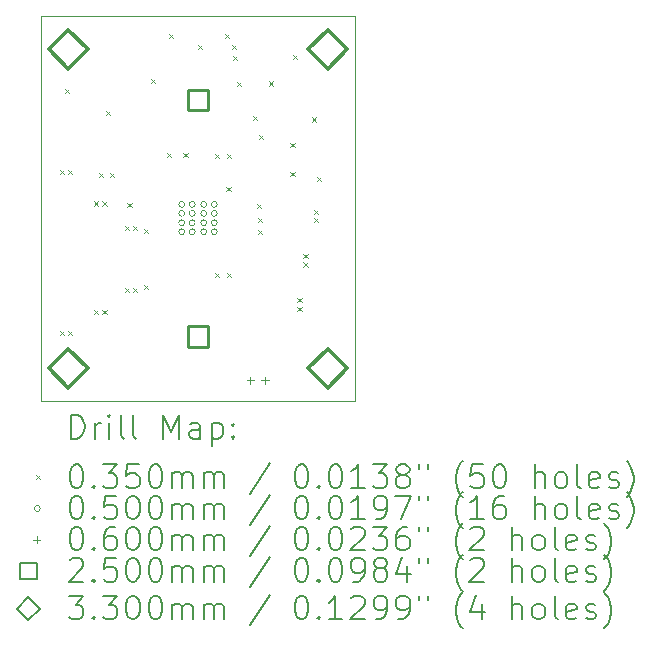
<source format=gbr>
%TF.GenerationSoftware,KiCad,Pcbnew,8.0.0-rc1*%
%TF.CreationDate,2025-03-12T12:31:11+03:00*%
%TF.ProjectId,IMX219_V2.0,494d5832-3139-45f5-9632-2e302e6b6963,rev?*%
%TF.SameCoordinates,Original*%
%TF.FileFunction,Drillmap*%
%TF.FilePolarity,Positive*%
%FSLAX45Y45*%
G04 Gerber Fmt 4.5, Leading zero omitted, Abs format (unit mm)*
G04 Created by KiCad (PCBNEW 8.0.0-rc1) date 2025-03-12 12:31:11*
%MOMM*%
%LPD*%
G01*
G04 APERTURE LIST*
%ADD10C,0.100000*%
%ADD11C,0.200000*%
%ADD12C,0.250000*%
%ADD13C,0.330000*%
G04 APERTURE END LIST*
D10*
X16579000Y-6769000D02*
X19239000Y-6769000D01*
X19239000Y-10029000D01*
X16579000Y-10029000D01*
X16579000Y-6769000D01*
D11*
D10*
X16737650Y-8071500D02*
X16772650Y-8106500D01*
X16772650Y-8071500D02*
X16737650Y-8106500D01*
X16737650Y-9431500D02*
X16772650Y-9466500D01*
X16772650Y-9431500D02*
X16737650Y-9466500D01*
X16779500Y-7387500D02*
X16814500Y-7422500D01*
X16814500Y-7387500D02*
X16779500Y-7422500D01*
X16810350Y-8071500D02*
X16845350Y-8106500D01*
X16845350Y-8071500D02*
X16810350Y-8106500D01*
X16810350Y-9431500D02*
X16845350Y-9466500D01*
X16845350Y-9431500D02*
X16810350Y-9466500D01*
X17027650Y-8338760D02*
X17062650Y-8373760D01*
X17062650Y-8338760D02*
X17027650Y-8373760D01*
X17027796Y-9256888D02*
X17062796Y-9291888D01*
X17062796Y-9256888D02*
X17027796Y-9291888D01*
X17067500Y-8100500D02*
X17102500Y-8135500D01*
X17102500Y-8100500D02*
X17067500Y-8135500D01*
X17100350Y-8338760D02*
X17135350Y-8373760D01*
X17135350Y-8338760D02*
X17100350Y-8373760D01*
X17100496Y-9257088D02*
X17135496Y-9292088D01*
X17135496Y-9257088D02*
X17100496Y-9292088D01*
X17127500Y-7571500D02*
X17162500Y-7606500D01*
X17162500Y-7571500D02*
X17127500Y-7606500D01*
X17164500Y-8100500D02*
X17199500Y-8135500D01*
X17199500Y-8100500D02*
X17164500Y-8135500D01*
X17287650Y-8548760D02*
X17322650Y-8583760D01*
X17322650Y-8548760D02*
X17287650Y-8583760D01*
X17288800Y-9071500D02*
X17323800Y-9106500D01*
X17323800Y-9071500D02*
X17288800Y-9106500D01*
X17311500Y-8351500D02*
X17346500Y-8386500D01*
X17346500Y-8351500D02*
X17311500Y-8386500D01*
X17360350Y-8548760D02*
X17395350Y-8583760D01*
X17395350Y-8548760D02*
X17360350Y-8583760D01*
X17361500Y-9071500D02*
X17396500Y-9106500D01*
X17396500Y-9071500D02*
X17361500Y-9106500D01*
X17451500Y-8571500D02*
X17486500Y-8606500D01*
X17486500Y-8571500D02*
X17451500Y-8606500D01*
X17451500Y-9041500D02*
X17486500Y-9076500D01*
X17486500Y-9041500D02*
X17451500Y-9076500D01*
X17508500Y-7304500D02*
X17543500Y-7339500D01*
X17543500Y-7304500D02*
X17508500Y-7339500D01*
X17646500Y-7925500D02*
X17681500Y-7960500D01*
X17681500Y-7925500D02*
X17646500Y-7960500D01*
X17665500Y-6923500D02*
X17700500Y-6958500D01*
X17700500Y-6923500D02*
X17665500Y-6958500D01*
X17786000Y-7931000D02*
X17821000Y-7966000D01*
X17821000Y-7931000D02*
X17786000Y-7966000D01*
X17906500Y-7014500D02*
X17941500Y-7049500D01*
X17941500Y-7014500D02*
X17906500Y-7049500D01*
X18050500Y-7936500D02*
X18085500Y-7971500D01*
X18085500Y-7936500D02*
X18050500Y-7971500D01*
X18050500Y-8941500D02*
X18085500Y-8976500D01*
X18085500Y-8941500D02*
X18050500Y-8976500D01*
X18138500Y-6919500D02*
X18173500Y-6954500D01*
X18173500Y-6919500D02*
X18138500Y-6954500D01*
X18149500Y-8216500D02*
X18184500Y-8251500D01*
X18184500Y-8216500D02*
X18149500Y-8251500D01*
X18151500Y-7935500D02*
X18186500Y-7970500D01*
X18186500Y-7935500D02*
X18151500Y-7970500D01*
X18151500Y-8941500D02*
X18186500Y-8976500D01*
X18186500Y-8941500D02*
X18151500Y-8976500D01*
X18193500Y-7014500D02*
X18228500Y-7049500D01*
X18228500Y-7014500D02*
X18193500Y-7049500D01*
X18204500Y-7109500D02*
X18239500Y-7144500D01*
X18239500Y-7109500D02*
X18204500Y-7144500D01*
X18235500Y-7323500D02*
X18270500Y-7358500D01*
X18270500Y-7323500D02*
X18235500Y-7358500D01*
X18372500Y-7613500D02*
X18407500Y-7648500D01*
X18407500Y-7613500D02*
X18372500Y-7648500D01*
X18409500Y-8356500D02*
X18444500Y-8391500D01*
X18444500Y-8356500D02*
X18409500Y-8391500D01*
X18419500Y-8481500D02*
X18454500Y-8516500D01*
X18454500Y-8481500D02*
X18419500Y-8516500D01*
X18419500Y-8581500D02*
X18454500Y-8616500D01*
X18454500Y-8581500D02*
X18419500Y-8616500D01*
X18422500Y-7775500D02*
X18457500Y-7810500D01*
X18457500Y-7775500D02*
X18422500Y-7810500D01*
X18512500Y-7322500D02*
X18547500Y-7357500D01*
X18547500Y-7322500D02*
X18512500Y-7357500D01*
X18691500Y-7841500D02*
X18726500Y-7876500D01*
X18726500Y-7841500D02*
X18691500Y-7876500D01*
X18691500Y-8091500D02*
X18726500Y-8126500D01*
X18726500Y-8091500D02*
X18691500Y-8126500D01*
X18710500Y-7100500D02*
X18745500Y-7135500D01*
X18745500Y-7100500D02*
X18710500Y-7135500D01*
X18751500Y-9156650D02*
X18786500Y-9191650D01*
X18786500Y-9156650D02*
X18751500Y-9191650D01*
X18751500Y-9229350D02*
X18786500Y-9264350D01*
X18786500Y-9229350D02*
X18751500Y-9264350D01*
X18801500Y-8781650D02*
X18836500Y-8816650D01*
X18836500Y-8781650D02*
X18801500Y-8816650D01*
X18801500Y-8854350D02*
X18836500Y-8889350D01*
X18836500Y-8854350D02*
X18801500Y-8889350D01*
X18872500Y-7627500D02*
X18907500Y-7662500D01*
X18907500Y-7627500D02*
X18872500Y-7662500D01*
X18891500Y-8406650D02*
X18926500Y-8441650D01*
X18926500Y-8406650D02*
X18891500Y-8441650D01*
X18891500Y-8479350D02*
X18926500Y-8514350D01*
X18926500Y-8479350D02*
X18891500Y-8514350D01*
X18917500Y-8130500D02*
X18952500Y-8165500D01*
X18952500Y-8130500D02*
X18917500Y-8165500D01*
X17796000Y-8363000D02*
G75*
G02*
X17746000Y-8363000I-25000J0D01*
G01*
X17746000Y-8363000D02*
G75*
G02*
X17796000Y-8363000I25000J0D01*
G01*
X17796000Y-8439000D02*
G75*
G02*
X17746000Y-8439000I-25000J0D01*
G01*
X17746000Y-8439000D02*
G75*
G02*
X17796000Y-8439000I25000J0D01*
G01*
X17796000Y-8519000D02*
G75*
G02*
X17746000Y-8519000I-25000J0D01*
G01*
X17746000Y-8519000D02*
G75*
G02*
X17796000Y-8519000I25000J0D01*
G01*
X17796000Y-8595000D02*
G75*
G02*
X17746000Y-8595000I-25000J0D01*
G01*
X17746000Y-8595000D02*
G75*
G02*
X17796000Y-8595000I25000J0D01*
G01*
X17885000Y-8363000D02*
G75*
G02*
X17835000Y-8363000I-25000J0D01*
G01*
X17835000Y-8363000D02*
G75*
G02*
X17885000Y-8363000I25000J0D01*
G01*
X17885000Y-8439000D02*
G75*
G02*
X17835000Y-8439000I-25000J0D01*
G01*
X17835000Y-8439000D02*
G75*
G02*
X17885000Y-8439000I25000J0D01*
G01*
X17885000Y-8519000D02*
G75*
G02*
X17835000Y-8519000I-25000J0D01*
G01*
X17835000Y-8519000D02*
G75*
G02*
X17885000Y-8519000I25000J0D01*
G01*
X17885000Y-8595000D02*
G75*
G02*
X17835000Y-8595000I-25000J0D01*
G01*
X17835000Y-8595000D02*
G75*
G02*
X17885000Y-8595000I25000J0D01*
G01*
X17983000Y-8363000D02*
G75*
G02*
X17933000Y-8363000I-25000J0D01*
G01*
X17933000Y-8363000D02*
G75*
G02*
X17983000Y-8363000I25000J0D01*
G01*
X17983000Y-8439000D02*
G75*
G02*
X17933000Y-8439000I-25000J0D01*
G01*
X17933000Y-8439000D02*
G75*
G02*
X17983000Y-8439000I25000J0D01*
G01*
X17983000Y-8519000D02*
G75*
G02*
X17933000Y-8519000I-25000J0D01*
G01*
X17933000Y-8519000D02*
G75*
G02*
X17983000Y-8519000I25000J0D01*
G01*
X17983000Y-8595000D02*
G75*
G02*
X17933000Y-8595000I-25000J0D01*
G01*
X17933000Y-8595000D02*
G75*
G02*
X17983000Y-8595000I25000J0D01*
G01*
X18072000Y-8363000D02*
G75*
G02*
X18022000Y-8363000I-25000J0D01*
G01*
X18022000Y-8363000D02*
G75*
G02*
X18072000Y-8363000I25000J0D01*
G01*
X18072000Y-8439000D02*
G75*
G02*
X18022000Y-8439000I-25000J0D01*
G01*
X18022000Y-8439000D02*
G75*
G02*
X18072000Y-8439000I25000J0D01*
G01*
X18072000Y-8519000D02*
G75*
G02*
X18022000Y-8519000I-25000J0D01*
G01*
X18022000Y-8519000D02*
G75*
G02*
X18072000Y-8519000I25000J0D01*
G01*
X18072000Y-8595000D02*
G75*
G02*
X18022000Y-8595000I-25000J0D01*
G01*
X18022000Y-8595000D02*
G75*
G02*
X18072000Y-8595000I25000J0D01*
G01*
X18351500Y-9821500D02*
X18351500Y-9881500D01*
X18321500Y-9851500D02*
X18381500Y-9851500D01*
X18476500Y-9821500D02*
X18476500Y-9881500D01*
X18446500Y-9851500D02*
X18506500Y-9851500D01*
D12*
X17997389Y-7567389D02*
X17997389Y-7390611D01*
X17820611Y-7390611D01*
X17820611Y-7567389D01*
X17997389Y-7567389D01*
X17997389Y-9567389D02*
X17997389Y-9390611D01*
X17820611Y-9390611D01*
X17820611Y-9567389D01*
X17997389Y-9567389D01*
D13*
X16809000Y-7214000D02*
X16974000Y-7049000D01*
X16809000Y-6884000D01*
X16644000Y-7049000D01*
X16809000Y-7214000D01*
X16809000Y-9914000D02*
X16974000Y-9749000D01*
X16809000Y-9584000D01*
X16644000Y-9749000D01*
X16809000Y-9914000D01*
X19009000Y-7214000D02*
X19174000Y-7049000D01*
X19009000Y-6884000D01*
X18844000Y-7049000D01*
X19009000Y-7214000D01*
X19009000Y-9914000D02*
X19174000Y-9749000D01*
X19009000Y-9584000D01*
X18844000Y-9749000D01*
X19009000Y-9914000D01*
D11*
X16834777Y-10345484D02*
X16834777Y-10145484D01*
X16834777Y-10145484D02*
X16882396Y-10145484D01*
X16882396Y-10145484D02*
X16910967Y-10155008D01*
X16910967Y-10155008D02*
X16930015Y-10174055D01*
X16930015Y-10174055D02*
X16939539Y-10193103D01*
X16939539Y-10193103D02*
X16949063Y-10231198D01*
X16949063Y-10231198D02*
X16949063Y-10259770D01*
X16949063Y-10259770D02*
X16939539Y-10297865D01*
X16939539Y-10297865D02*
X16930015Y-10316912D01*
X16930015Y-10316912D02*
X16910967Y-10335960D01*
X16910967Y-10335960D02*
X16882396Y-10345484D01*
X16882396Y-10345484D02*
X16834777Y-10345484D01*
X17034777Y-10345484D02*
X17034777Y-10212150D01*
X17034777Y-10250246D02*
X17044301Y-10231198D01*
X17044301Y-10231198D02*
X17053824Y-10221674D01*
X17053824Y-10221674D02*
X17072872Y-10212150D01*
X17072872Y-10212150D02*
X17091920Y-10212150D01*
X17158586Y-10345484D02*
X17158586Y-10212150D01*
X17158586Y-10145484D02*
X17149063Y-10155008D01*
X17149063Y-10155008D02*
X17158586Y-10164531D01*
X17158586Y-10164531D02*
X17168110Y-10155008D01*
X17168110Y-10155008D02*
X17158586Y-10145484D01*
X17158586Y-10145484D02*
X17158586Y-10164531D01*
X17282396Y-10345484D02*
X17263348Y-10335960D01*
X17263348Y-10335960D02*
X17253824Y-10316912D01*
X17253824Y-10316912D02*
X17253824Y-10145484D01*
X17387158Y-10345484D02*
X17368110Y-10335960D01*
X17368110Y-10335960D02*
X17358586Y-10316912D01*
X17358586Y-10316912D02*
X17358586Y-10145484D01*
X17615729Y-10345484D02*
X17615729Y-10145484D01*
X17615729Y-10145484D02*
X17682396Y-10288341D01*
X17682396Y-10288341D02*
X17749063Y-10145484D01*
X17749063Y-10145484D02*
X17749063Y-10345484D01*
X17930015Y-10345484D02*
X17930015Y-10240722D01*
X17930015Y-10240722D02*
X17920491Y-10221674D01*
X17920491Y-10221674D02*
X17901444Y-10212150D01*
X17901444Y-10212150D02*
X17863348Y-10212150D01*
X17863348Y-10212150D02*
X17844301Y-10221674D01*
X17930015Y-10335960D02*
X17910967Y-10345484D01*
X17910967Y-10345484D02*
X17863348Y-10345484D01*
X17863348Y-10345484D02*
X17844301Y-10335960D01*
X17844301Y-10335960D02*
X17834777Y-10316912D01*
X17834777Y-10316912D02*
X17834777Y-10297865D01*
X17834777Y-10297865D02*
X17844301Y-10278817D01*
X17844301Y-10278817D02*
X17863348Y-10269293D01*
X17863348Y-10269293D02*
X17910967Y-10269293D01*
X17910967Y-10269293D02*
X17930015Y-10259770D01*
X18025253Y-10212150D02*
X18025253Y-10412150D01*
X18025253Y-10221674D02*
X18044301Y-10212150D01*
X18044301Y-10212150D02*
X18082396Y-10212150D01*
X18082396Y-10212150D02*
X18101444Y-10221674D01*
X18101444Y-10221674D02*
X18110967Y-10231198D01*
X18110967Y-10231198D02*
X18120491Y-10250246D01*
X18120491Y-10250246D02*
X18120491Y-10307389D01*
X18120491Y-10307389D02*
X18110967Y-10326436D01*
X18110967Y-10326436D02*
X18101444Y-10335960D01*
X18101444Y-10335960D02*
X18082396Y-10345484D01*
X18082396Y-10345484D02*
X18044301Y-10345484D01*
X18044301Y-10345484D02*
X18025253Y-10335960D01*
X18206205Y-10326436D02*
X18215729Y-10335960D01*
X18215729Y-10335960D02*
X18206205Y-10345484D01*
X18206205Y-10345484D02*
X18196682Y-10335960D01*
X18196682Y-10335960D02*
X18206205Y-10326436D01*
X18206205Y-10326436D02*
X18206205Y-10345484D01*
X18206205Y-10221674D02*
X18215729Y-10231198D01*
X18215729Y-10231198D02*
X18206205Y-10240722D01*
X18206205Y-10240722D02*
X18196682Y-10231198D01*
X18196682Y-10231198D02*
X18206205Y-10221674D01*
X18206205Y-10221674D02*
X18206205Y-10240722D01*
D10*
X16539000Y-10656500D02*
X16574000Y-10691500D01*
X16574000Y-10656500D02*
X16539000Y-10691500D01*
D11*
X16872872Y-10565484D02*
X16891920Y-10565484D01*
X16891920Y-10565484D02*
X16910967Y-10575008D01*
X16910967Y-10575008D02*
X16920491Y-10584531D01*
X16920491Y-10584531D02*
X16930015Y-10603579D01*
X16930015Y-10603579D02*
X16939539Y-10641674D01*
X16939539Y-10641674D02*
X16939539Y-10689293D01*
X16939539Y-10689293D02*
X16930015Y-10727389D01*
X16930015Y-10727389D02*
X16920491Y-10746436D01*
X16920491Y-10746436D02*
X16910967Y-10755960D01*
X16910967Y-10755960D02*
X16891920Y-10765484D01*
X16891920Y-10765484D02*
X16872872Y-10765484D01*
X16872872Y-10765484D02*
X16853824Y-10755960D01*
X16853824Y-10755960D02*
X16844301Y-10746436D01*
X16844301Y-10746436D02*
X16834777Y-10727389D01*
X16834777Y-10727389D02*
X16825253Y-10689293D01*
X16825253Y-10689293D02*
X16825253Y-10641674D01*
X16825253Y-10641674D02*
X16834777Y-10603579D01*
X16834777Y-10603579D02*
X16844301Y-10584531D01*
X16844301Y-10584531D02*
X16853824Y-10575008D01*
X16853824Y-10575008D02*
X16872872Y-10565484D01*
X17025253Y-10746436D02*
X17034777Y-10755960D01*
X17034777Y-10755960D02*
X17025253Y-10765484D01*
X17025253Y-10765484D02*
X17015729Y-10755960D01*
X17015729Y-10755960D02*
X17025253Y-10746436D01*
X17025253Y-10746436D02*
X17025253Y-10765484D01*
X17101444Y-10565484D02*
X17225253Y-10565484D01*
X17225253Y-10565484D02*
X17158586Y-10641674D01*
X17158586Y-10641674D02*
X17187158Y-10641674D01*
X17187158Y-10641674D02*
X17206205Y-10651198D01*
X17206205Y-10651198D02*
X17215729Y-10660722D01*
X17215729Y-10660722D02*
X17225253Y-10679770D01*
X17225253Y-10679770D02*
X17225253Y-10727389D01*
X17225253Y-10727389D02*
X17215729Y-10746436D01*
X17215729Y-10746436D02*
X17206205Y-10755960D01*
X17206205Y-10755960D02*
X17187158Y-10765484D01*
X17187158Y-10765484D02*
X17130015Y-10765484D01*
X17130015Y-10765484D02*
X17110967Y-10755960D01*
X17110967Y-10755960D02*
X17101444Y-10746436D01*
X17406205Y-10565484D02*
X17310967Y-10565484D01*
X17310967Y-10565484D02*
X17301444Y-10660722D01*
X17301444Y-10660722D02*
X17310967Y-10651198D01*
X17310967Y-10651198D02*
X17330015Y-10641674D01*
X17330015Y-10641674D02*
X17377634Y-10641674D01*
X17377634Y-10641674D02*
X17396682Y-10651198D01*
X17396682Y-10651198D02*
X17406205Y-10660722D01*
X17406205Y-10660722D02*
X17415729Y-10679770D01*
X17415729Y-10679770D02*
X17415729Y-10727389D01*
X17415729Y-10727389D02*
X17406205Y-10746436D01*
X17406205Y-10746436D02*
X17396682Y-10755960D01*
X17396682Y-10755960D02*
X17377634Y-10765484D01*
X17377634Y-10765484D02*
X17330015Y-10765484D01*
X17330015Y-10765484D02*
X17310967Y-10755960D01*
X17310967Y-10755960D02*
X17301444Y-10746436D01*
X17539539Y-10565484D02*
X17558586Y-10565484D01*
X17558586Y-10565484D02*
X17577634Y-10575008D01*
X17577634Y-10575008D02*
X17587158Y-10584531D01*
X17587158Y-10584531D02*
X17596682Y-10603579D01*
X17596682Y-10603579D02*
X17606205Y-10641674D01*
X17606205Y-10641674D02*
X17606205Y-10689293D01*
X17606205Y-10689293D02*
X17596682Y-10727389D01*
X17596682Y-10727389D02*
X17587158Y-10746436D01*
X17587158Y-10746436D02*
X17577634Y-10755960D01*
X17577634Y-10755960D02*
X17558586Y-10765484D01*
X17558586Y-10765484D02*
X17539539Y-10765484D01*
X17539539Y-10765484D02*
X17520491Y-10755960D01*
X17520491Y-10755960D02*
X17510967Y-10746436D01*
X17510967Y-10746436D02*
X17501444Y-10727389D01*
X17501444Y-10727389D02*
X17491920Y-10689293D01*
X17491920Y-10689293D02*
X17491920Y-10641674D01*
X17491920Y-10641674D02*
X17501444Y-10603579D01*
X17501444Y-10603579D02*
X17510967Y-10584531D01*
X17510967Y-10584531D02*
X17520491Y-10575008D01*
X17520491Y-10575008D02*
X17539539Y-10565484D01*
X17691920Y-10765484D02*
X17691920Y-10632150D01*
X17691920Y-10651198D02*
X17701444Y-10641674D01*
X17701444Y-10641674D02*
X17720491Y-10632150D01*
X17720491Y-10632150D02*
X17749063Y-10632150D01*
X17749063Y-10632150D02*
X17768110Y-10641674D01*
X17768110Y-10641674D02*
X17777634Y-10660722D01*
X17777634Y-10660722D02*
X17777634Y-10765484D01*
X17777634Y-10660722D02*
X17787158Y-10641674D01*
X17787158Y-10641674D02*
X17806205Y-10632150D01*
X17806205Y-10632150D02*
X17834777Y-10632150D01*
X17834777Y-10632150D02*
X17853825Y-10641674D01*
X17853825Y-10641674D02*
X17863348Y-10660722D01*
X17863348Y-10660722D02*
X17863348Y-10765484D01*
X17958586Y-10765484D02*
X17958586Y-10632150D01*
X17958586Y-10651198D02*
X17968110Y-10641674D01*
X17968110Y-10641674D02*
X17987158Y-10632150D01*
X17987158Y-10632150D02*
X18015729Y-10632150D01*
X18015729Y-10632150D02*
X18034777Y-10641674D01*
X18034777Y-10641674D02*
X18044301Y-10660722D01*
X18044301Y-10660722D02*
X18044301Y-10765484D01*
X18044301Y-10660722D02*
X18053825Y-10641674D01*
X18053825Y-10641674D02*
X18072872Y-10632150D01*
X18072872Y-10632150D02*
X18101444Y-10632150D01*
X18101444Y-10632150D02*
X18120491Y-10641674D01*
X18120491Y-10641674D02*
X18130015Y-10660722D01*
X18130015Y-10660722D02*
X18130015Y-10765484D01*
X18520491Y-10555960D02*
X18349063Y-10813103D01*
X18777634Y-10565484D02*
X18796682Y-10565484D01*
X18796682Y-10565484D02*
X18815729Y-10575008D01*
X18815729Y-10575008D02*
X18825253Y-10584531D01*
X18825253Y-10584531D02*
X18834777Y-10603579D01*
X18834777Y-10603579D02*
X18844301Y-10641674D01*
X18844301Y-10641674D02*
X18844301Y-10689293D01*
X18844301Y-10689293D02*
X18834777Y-10727389D01*
X18834777Y-10727389D02*
X18825253Y-10746436D01*
X18825253Y-10746436D02*
X18815729Y-10755960D01*
X18815729Y-10755960D02*
X18796682Y-10765484D01*
X18796682Y-10765484D02*
X18777634Y-10765484D01*
X18777634Y-10765484D02*
X18758587Y-10755960D01*
X18758587Y-10755960D02*
X18749063Y-10746436D01*
X18749063Y-10746436D02*
X18739539Y-10727389D01*
X18739539Y-10727389D02*
X18730015Y-10689293D01*
X18730015Y-10689293D02*
X18730015Y-10641674D01*
X18730015Y-10641674D02*
X18739539Y-10603579D01*
X18739539Y-10603579D02*
X18749063Y-10584531D01*
X18749063Y-10584531D02*
X18758587Y-10575008D01*
X18758587Y-10575008D02*
X18777634Y-10565484D01*
X18930015Y-10746436D02*
X18939539Y-10755960D01*
X18939539Y-10755960D02*
X18930015Y-10765484D01*
X18930015Y-10765484D02*
X18920491Y-10755960D01*
X18920491Y-10755960D02*
X18930015Y-10746436D01*
X18930015Y-10746436D02*
X18930015Y-10765484D01*
X19063348Y-10565484D02*
X19082396Y-10565484D01*
X19082396Y-10565484D02*
X19101444Y-10575008D01*
X19101444Y-10575008D02*
X19110968Y-10584531D01*
X19110968Y-10584531D02*
X19120491Y-10603579D01*
X19120491Y-10603579D02*
X19130015Y-10641674D01*
X19130015Y-10641674D02*
X19130015Y-10689293D01*
X19130015Y-10689293D02*
X19120491Y-10727389D01*
X19120491Y-10727389D02*
X19110968Y-10746436D01*
X19110968Y-10746436D02*
X19101444Y-10755960D01*
X19101444Y-10755960D02*
X19082396Y-10765484D01*
X19082396Y-10765484D02*
X19063348Y-10765484D01*
X19063348Y-10765484D02*
X19044301Y-10755960D01*
X19044301Y-10755960D02*
X19034777Y-10746436D01*
X19034777Y-10746436D02*
X19025253Y-10727389D01*
X19025253Y-10727389D02*
X19015729Y-10689293D01*
X19015729Y-10689293D02*
X19015729Y-10641674D01*
X19015729Y-10641674D02*
X19025253Y-10603579D01*
X19025253Y-10603579D02*
X19034777Y-10584531D01*
X19034777Y-10584531D02*
X19044301Y-10575008D01*
X19044301Y-10575008D02*
X19063348Y-10565484D01*
X19320491Y-10765484D02*
X19206206Y-10765484D01*
X19263348Y-10765484D02*
X19263348Y-10565484D01*
X19263348Y-10565484D02*
X19244301Y-10594055D01*
X19244301Y-10594055D02*
X19225253Y-10613103D01*
X19225253Y-10613103D02*
X19206206Y-10622627D01*
X19387158Y-10565484D02*
X19510968Y-10565484D01*
X19510968Y-10565484D02*
X19444301Y-10641674D01*
X19444301Y-10641674D02*
X19472872Y-10641674D01*
X19472872Y-10641674D02*
X19491920Y-10651198D01*
X19491920Y-10651198D02*
X19501444Y-10660722D01*
X19501444Y-10660722D02*
X19510968Y-10679770D01*
X19510968Y-10679770D02*
X19510968Y-10727389D01*
X19510968Y-10727389D02*
X19501444Y-10746436D01*
X19501444Y-10746436D02*
X19491920Y-10755960D01*
X19491920Y-10755960D02*
X19472872Y-10765484D01*
X19472872Y-10765484D02*
X19415729Y-10765484D01*
X19415729Y-10765484D02*
X19396682Y-10755960D01*
X19396682Y-10755960D02*
X19387158Y-10746436D01*
X19625253Y-10651198D02*
X19606206Y-10641674D01*
X19606206Y-10641674D02*
X19596682Y-10632150D01*
X19596682Y-10632150D02*
X19587158Y-10613103D01*
X19587158Y-10613103D02*
X19587158Y-10603579D01*
X19587158Y-10603579D02*
X19596682Y-10584531D01*
X19596682Y-10584531D02*
X19606206Y-10575008D01*
X19606206Y-10575008D02*
X19625253Y-10565484D01*
X19625253Y-10565484D02*
X19663349Y-10565484D01*
X19663349Y-10565484D02*
X19682396Y-10575008D01*
X19682396Y-10575008D02*
X19691920Y-10584531D01*
X19691920Y-10584531D02*
X19701444Y-10603579D01*
X19701444Y-10603579D02*
X19701444Y-10613103D01*
X19701444Y-10613103D02*
X19691920Y-10632150D01*
X19691920Y-10632150D02*
X19682396Y-10641674D01*
X19682396Y-10641674D02*
X19663349Y-10651198D01*
X19663349Y-10651198D02*
X19625253Y-10651198D01*
X19625253Y-10651198D02*
X19606206Y-10660722D01*
X19606206Y-10660722D02*
X19596682Y-10670246D01*
X19596682Y-10670246D02*
X19587158Y-10689293D01*
X19587158Y-10689293D02*
X19587158Y-10727389D01*
X19587158Y-10727389D02*
X19596682Y-10746436D01*
X19596682Y-10746436D02*
X19606206Y-10755960D01*
X19606206Y-10755960D02*
X19625253Y-10765484D01*
X19625253Y-10765484D02*
X19663349Y-10765484D01*
X19663349Y-10765484D02*
X19682396Y-10755960D01*
X19682396Y-10755960D02*
X19691920Y-10746436D01*
X19691920Y-10746436D02*
X19701444Y-10727389D01*
X19701444Y-10727389D02*
X19701444Y-10689293D01*
X19701444Y-10689293D02*
X19691920Y-10670246D01*
X19691920Y-10670246D02*
X19682396Y-10660722D01*
X19682396Y-10660722D02*
X19663349Y-10651198D01*
X19777634Y-10565484D02*
X19777634Y-10603579D01*
X19853825Y-10565484D02*
X19853825Y-10603579D01*
X20149063Y-10841674D02*
X20139539Y-10832150D01*
X20139539Y-10832150D02*
X20120491Y-10803579D01*
X20120491Y-10803579D02*
X20110968Y-10784531D01*
X20110968Y-10784531D02*
X20101444Y-10755960D01*
X20101444Y-10755960D02*
X20091920Y-10708341D01*
X20091920Y-10708341D02*
X20091920Y-10670246D01*
X20091920Y-10670246D02*
X20101444Y-10622627D01*
X20101444Y-10622627D02*
X20110968Y-10594055D01*
X20110968Y-10594055D02*
X20120491Y-10575008D01*
X20120491Y-10575008D02*
X20139539Y-10546436D01*
X20139539Y-10546436D02*
X20149063Y-10536912D01*
X20320491Y-10565484D02*
X20225253Y-10565484D01*
X20225253Y-10565484D02*
X20215730Y-10660722D01*
X20215730Y-10660722D02*
X20225253Y-10651198D01*
X20225253Y-10651198D02*
X20244301Y-10641674D01*
X20244301Y-10641674D02*
X20291920Y-10641674D01*
X20291920Y-10641674D02*
X20310968Y-10651198D01*
X20310968Y-10651198D02*
X20320491Y-10660722D01*
X20320491Y-10660722D02*
X20330015Y-10679770D01*
X20330015Y-10679770D02*
X20330015Y-10727389D01*
X20330015Y-10727389D02*
X20320491Y-10746436D01*
X20320491Y-10746436D02*
X20310968Y-10755960D01*
X20310968Y-10755960D02*
X20291920Y-10765484D01*
X20291920Y-10765484D02*
X20244301Y-10765484D01*
X20244301Y-10765484D02*
X20225253Y-10755960D01*
X20225253Y-10755960D02*
X20215730Y-10746436D01*
X20453825Y-10565484D02*
X20472872Y-10565484D01*
X20472872Y-10565484D02*
X20491920Y-10575008D01*
X20491920Y-10575008D02*
X20501444Y-10584531D01*
X20501444Y-10584531D02*
X20510968Y-10603579D01*
X20510968Y-10603579D02*
X20520491Y-10641674D01*
X20520491Y-10641674D02*
X20520491Y-10689293D01*
X20520491Y-10689293D02*
X20510968Y-10727389D01*
X20510968Y-10727389D02*
X20501444Y-10746436D01*
X20501444Y-10746436D02*
X20491920Y-10755960D01*
X20491920Y-10755960D02*
X20472872Y-10765484D01*
X20472872Y-10765484D02*
X20453825Y-10765484D01*
X20453825Y-10765484D02*
X20434777Y-10755960D01*
X20434777Y-10755960D02*
X20425253Y-10746436D01*
X20425253Y-10746436D02*
X20415730Y-10727389D01*
X20415730Y-10727389D02*
X20406206Y-10689293D01*
X20406206Y-10689293D02*
X20406206Y-10641674D01*
X20406206Y-10641674D02*
X20415730Y-10603579D01*
X20415730Y-10603579D02*
X20425253Y-10584531D01*
X20425253Y-10584531D02*
X20434777Y-10575008D01*
X20434777Y-10575008D02*
X20453825Y-10565484D01*
X20758587Y-10765484D02*
X20758587Y-10565484D01*
X20844301Y-10765484D02*
X20844301Y-10660722D01*
X20844301Y-10660722D02*
X20834777Y-10641674D01*
X20834777Y-10641674D02*
X20815730Y-10632150D01*
X20815730Y-10632150D02*
X20787158Y-10632150D01*
X20787158Y-10632150D02*
X20768111Y-10641674D01*
X20768111Y-10641674D02*
X20758587Y-10651198D01*
X20968111Y-10765484D02*
X20949063Y-10755960D01*
X20949063Y-10755960D02*
X20939539Y-10746436D01*
X20939539Y-10746436D02*
X20930015Y-10727389D01*
X20930015Y-10727389D02*
X20930015Y-10670246D01*
X20930015Y-10670246D02*
X20939539Y-10651198D01*
X20939539Y-10651198D02*
X20949063Y-10641674D01*
X20949063Y-10641674D02*
X20968111Y-10632150D01*
X20968111Y-10632150D02*
X20996682Y-10632150D01*
X20996682Y-10632150D02*
X21015730Y-10641674D01*
X21015730Y-10641674D02*
X21025253Y-10651198D01*
X21025253Y-10651198D02*
X21034777Y-10670246D01*
X21034777Y-10670246D02*
X21034777Y-10727389D01*
X21034777Y-10727389D02*
X21025253Y-10746436D01*
X21025253Y-10746436D02*
X21015730Y-10755960D01*
X21015730Y-10755960D02*
X20996682Y-10765484D01*
X20996682Y-10765484D02*
X20968111Y-10765484D01*
X21149063Y-10765484D02*
X21130015Y-10755960D01*
X21130015Y-10755960D02*
X21120492Y-10736912D01*
X21120492Y-10736912D02*
X21120492Y-10565484D01*
X21301444Y-10755960D02*
X21282396Y-10765484D01*
X21282396Y-10765484D02*
X21244301Y-10765484D01*
X21244301Y-10765484D02*
X21225253Y-10755960D01*
X21225253Y-10755960D02*
X21215730Y-10736912D01*
X21215730Y-10736912D02*
X21215730Y-10660722D01*
X21215730Y-10660722D02*
X21225253Y-10641674D01*
X21225253Y-10641674D02*
X21244301Y-10632150D01*
X21244301Y-10632150D02*
X21282396Y-10632150D01*
X21282396Y-10632150D02*
X21301444Y-10641674D01*
X21301444Y-10641674D02*
X21310968Y-10660722D01*
X21310968Y-10660722D02*
X21310968Y-10679770D01*
X21310968Y-10679770D02*
X21215730Y-10698817D01*
X21387158Y-10755960D02*
X21406206Y-10765484D01*
X21406206Y-10765484D02*
X21444301Y-10765484D01*
X21444301Y-10765484D02*
X21463349Y-10755960D01*
X21463349Y-10755960D02*
X21472873Y-10736912D01*
X21472873Y-10736912D02*
X21472873Y-10727389D01*
X21472873Y-10727389D02*
X21463349Y-10708341D01*
X21463349Y-10708341D02*
X21444301Y-10698817D01*
X21444301Y-10698817D02*
X21415730Y-10698817D01*
X21415730Y-10698817D02*
X21396682Y-10689293D01*
X21396682Y-10689293D02*
X21387158Y-10670246D01*
X21387158Y-10670246D02*
X21387158Y-10660722D01*
X21387158Y-10660722D02*
X21396682Y-10641674D01*
X21396682Y-10641674D02*
X21415730Y-10632150D01*
X21415730Y-10632150D02*
X21444301Y-10632150D01*
X21444301Y-10632150D02*
X21463349Y-10641674D01*
X21539539Y-10841674D02*
X21549063Y-10832150D01*
X21549063Y-10832150D02*
X21568111Y-10803579D01*
X21568111Y-10803579D02*
X21577634Y-10784531D01*
X21577634Y-10784531D02*
X21587158Y-10755960D01*
X21587158Y-10755960D02*
X21596682Y-10708341D01*
X21596682Y-10708341D02*
X21596682Y-10670246D01*
X21596682Y-10670246D02*
X21587158Y-10622627D01*
X21587158Y-10622627D02*
X21577634Y-10594055D01*
X21577634Y-10594055D02*
X21568111Y-10575008D01*
X21568111Y-10575008D02*
X21549063Y-10546436D01*
X21549063Y-10546436D02*
X21539539Y-10536912D01*
D10*
X16574000Y-10938000D02*
G75*
G02*
X16524000Y-10938000I-25000J0D01*
G01*
X16524000Y-10938000D02*
G75*
G02*
X16574000Y-10938000I25000J0D01*
G01*
D11*
X16872872Y-10829484D02*
X16891920Y-10829484D01*
X16891920Y-10829484D02*
X16910967Y-10839008D01*
X16910967Y-10839008D02*
X16920491Y-10848531D01*
X16920491Y-10848531D02*
X16930015Y-10867579D01*
X16930015Y-10867579D02*
X16939539Y-10905674D01*
X16939539Y-10905674D02*
X16939539Y-10953293D01*
X16939539Y-10953293D02*
X16930015Y-10991389D01*
X16930015Y-10991389D02*
X16920491Y-11010436D01*
X16920491Y-11010436D02*
X16910967Y-11019960D01*
X16910967Y-11019960D02*
X16891920Y-11029484D01*
X16891920Y-11029484D02*
X16872872Y-11029484D01*
X16872872Y-11029484D02*
X16853824Y-11019960D01*
X16853824Y-11019960D02*
X16844301Y-11010436D01*
X16844301Y-11010436D02*
X16834777Y-10991389D01*
X16834777Y-10991389D02*
X16825253Y-10953293D01*
X16825253Y-10953293D02*
X16825253Y-10905674D01*
X16825253Y-10905674D02*
X16834777Y-10867579D01*
X16834777Y-10867579D02*
X16844301Y-10848531D01*
X16844301Y-10848531D02*
X16853824Y-10839008D01*
X16853824Y-10839008D02*
X16872872Y-10829484D01*
X17025253Y-11010436D02*
X17034777Y-11019960D01*
X17034777Y-11019960D02*
X17025253Y-11029484D01*
X17025253Y-11029484D02*
X17015729Y-11019960D01*
X17015729Y-11019960D02*
X17025253Y-11010436D01*
X17025253Y-11010436D02*
X17025253Y-11029484D01*
X17215729Y-10829484D02*
X17120491Y-10829484D01*
X17120491Y-10829484D02*
X17110967Y-10924722D01*
X17110967Y-10924722D02*
X17120491Y-10915198D01*
X17120491Y-10915198D02*
X17139539Y-10905674D01*
X17139539Y-10905674D02*
X17187158Y-10905674D01*
X17187158Y-10905674D02*
X17206205Y-10915198D01*
X17206205Y-10915198D02*
X17215729Y-10924722D01*
X17215729Y-10924722D02*
X17225253Y-10943770D01*
X17225253Y-10943770D02*
X17225253Y-10991389D01*
X17225253Y-10991389D02*
X17215729Y-11010436D01*
X17215729Y-11010436D02*
X17206205Y-11019960D01*
X17206205Y-11019960D02*
X17187158Y-11029484D01*
X17187158Y-11029484D02*
X17139539Y-11029484D01*
X17139539Y-11029484D02*
X17120491Y-11019960D01*
X17120491Y-11019960D02*
X17110967Y-11010436D01*
X17349063Y-10829484D02*
X17368110Y-10829484D01*
X17368110Y-10829484D02*
X17387158Y-10839008D01*
X17387158Y-10839008D02*
X17396682Y-10848531D01*
X17396682Y-10848531D02*
X17406205Y-10867579D01*
X17406205Y-10867579D02*
X17415729Y-10905674D01*
X17415729Y-10905674D02*
X17415729Y-10953293D01*
X17415729Y-10953293D02*
X17406205Y-10991389D01*
X17406205Y-10991389D02*
X17396682Y-11010436D01*
X17396682Y-11010436D02*
X17387158Y-11019960D01*
X17387158Y-11019960D02*
X17368110Y-11029484D01*
X17368110Y-11029484D02*
X17349063Y-11029484D01*
X17349063Y-11029484D02*
X17330015Y-11019960D01*
X17330015Y-11019960D02*
X17320491Y-11010436D01*
X17320491Y-11010436D02*
X17310967Y-10991389D01*
X17310967Y-10991389D02*
X17301444Y-10953293D01*
X17301444Y-10953293D02*
X17301444Y-10905674D01*
X17301444Y-10905674D02*
X17310967Y-10867579D01*
X17310967Y-10867579D02*
X17320491Y-10848531D01*
X17320491Y-10848531D02*
X17330015Y-10839008D01*
X17330015Y-10839008D02*
X17349063Y-10829484D01*
X17539539Y-10829484D02*
X17558586Y-10829484D01*
X17558586Y-10829484D02*
X17577634Y-10839008D01*
X17577634Y-10839008D02*
X17587158Y-10848531D01*
X17587158Y-10848531D02*
X17596682Y-10867579D01*
X17596682Y-10867579D02*
X17606205Y-10905674D01*
X17606205Y-10905674D02*
X17606205Y-10953293D01*
X17606205Y-10953293D02*
X17596682Y-10991389D01*
X17596682Y-10991389D02*
X17587158Y-11010436D01*
X17587158Y-11010436D02*
X17577634Y-11019960D01*
X17577634Y-11019960D02*
X17558586Y-11029484D01*
X17558586Y-11029484D02*
X17539539Y-11029484D01*
X17539539Y-11029484D02*
X17520491Y-11019960D01*
X17520491Y-11019960D02*
X17510967Y-11010436D01*
X17510967Y-11010436D02*
X17501444Y-10991389D01*
X17501444Y-10991389D02*
X17491920Y-10953293D01*
X17491920Y-10953293D02*
X17491920Y-10905674D01*
X17491920Y-10905674D02*
X17501444Y-10867579D01*
X17501444Y-10867579D02*
X17510967Y-10848531D01*
X17510967Y-10848531D02*
X17520491Y-10839008D01*
X17520491Y-10839008D02*
X17539539Y-10829484D01*
X17691920Y-11029484D02*
X17691920Y-10896150D01*
X17691920Y-10915198D02*
X17701444Y-10905674D01*
X17701444Y-10905674D02*
X17720491Y-10896150D01*
X17720491Y-10896150D02*
X17749063Y-10896150D01*
X17749063Y-10896150D02*
X17768110Y-10905674D01*
X17768110Y-10905674D02*
X17777634Y-10924722D01*
X17777634Y-10924722D02*
X17777634Y-11029484D01*
X17777634Y-10924722D02*
X17787158Y-10905674D01*
X17787158Y-10905674D02*
X17806205Y-10896150D01*
X17806205Y-10896150D02*
X17834777Y-10896150D01*
X17834777Y-10896150D02*
X17853825Y-10905674D01*
X17853825Y-10905674D02*
X17863348Y-10924722D01*
X17863348Y-10924722D02*
X17863348Y-11029484D01*
X17958586Y-11029484D02*
X17958586Y-10896150D01*
X17958586Y-10915198D02*
X17968110Y-10905674D01*
X17968110Y-10905674D02*
X17987158Y-10896150D01*
X17987158Y-10896150D02*
X18015729Y-10896150D01*
X18015729Y-10896150D02*
X18034777Y-10905674D01*
X18034777Y-10905674D02*
X18044301Y-10924722D01*
X18044301Y-10924722D02*
X18044301Y-11029484D01*
X18044301Y-10924722D02*
X18053825Y-10905674D01*
X18053825Y-10905674D02*
X18072872Y-10896150D01*
X18072872Y-10896150D02*
X18101444Y-10896150D01*
X18101444Y-10896150D02*
X18120491Y-10905674D01*
X18120491Y-10905674D02*
X18130015Y-10924722D01*
X18130015Y-10924722D02*
X18130015Y-11029484D01*
X18520491Y-10819960D02*
X18349063Y-11077103D01*
X18777634Y-10829484D02*
X18796682Y-10829484D01*
X18796682Y-10829484D02*
X18815729Y-10839008D01*
X18815729Y-10839008D02*
X18825253Y-10848531D01*
X18825253Y-10848531D02*
X18834777Y-10867579D01*
X18834777Y-10867579D02*
X18844301Y-10905674D01*
X18844301Y-10905674D02*
X18844301Y-10953293D01*
X18844301Y-10953293D02*
X18834777Y-10991389D01*
X18834777Y-10991389D02*
X18825253Y-11010436D01*
X18825253Y-11010436D02*
X18815729Y-11019960D01*
X18815729Y-11019960D02*
X18796682Y-11029484D01*
X18796682Y-11029484D02*
X18777634Y-11029484D01*
X18777634Y-11029484D02*
X18758587Y-11019960D01*
X18758587Y-11019960D02*
X18749063Y-11010436D01*
X18749063Y-11010436D02*
X18739539Y-10991389D01*
X18739539Y-10991389D02*
X18730015Y-10953293D01*
X18730015Y-10953293D02*
X18730015Y-10905674D01*
X18730015Y-10905674D02*
X18739539Y-10867579D01*
X18739539Y-10867579D02*
X18749063Y-10848531D01*
X18749063Y-10848531D02*
X18758587Y-10839008D01*
X18758587Y-10839008D02*
X18777634Y-10829484D01*
X18930015Y-11010436D02*
X18939539Y-11019960D01*
X18939539Y-11019960D02*
X18930015Y-11029484D01*
X18930015Y-11029484D02*
X18920491Y-11019960D01*
X18920491Y-11019960D02*
X18930015Y-11010436D01*
X18930015Y-11010436D02*
X18930015Y-11029484D01*
X19063348Y-10829484D02*
X19082396Y-10829484D01*
X19082396Y-10829484D02*
X19101444Y-10839008D01*
X19101444Y-10839008D02*
X19110968Y-10848531D01*
X19110968Y-10848531D02*
X19120491Y-10867579D01*
X19120491Y-10867579D02*
X19130015Y-10905674D01*
X19130015Y-10905674D02*
X19130015Y-10953293D01*
X19130015Y-10953293D02*
X19120491Y-10991389D01*
X19120491Y-10991389D02*
X19110968Y-11010436D01*
X19110968Y-11010436D02*
X19101444Y-11019960D01*
X19101444Y-11019960D02*
X19082396Y-11029484D01*
X19082396Y-11029484D02*
X19063348Y-11029484D01*
X19063348Y-11029484D02*
X19044301Y-11019960D01*
X19044301Y-11019960D02*
X19034777Y-11010436D01*
X19034777Y-11010436D02*
X19025253Y-10991389D01*
X19025253Y-10991389D02*
X19015729Y-10953293D01*
X19015729Y-10953293D02*
X19015729Y-10905674D01*
X19015729Y-10905674D02*
X19025253Y-10867579D01*
X19025253Y-10867579D02*
X19034777Y-10848531D01*
X19034777Y-10848531D02*
X19044301Y-10839008D01*
X19044301Y-10839008D02*
X19063348Y-10829484D01*
X19320491Y-11029484D02*
X19206206Y-11029484D01*
X19263348Y-11029484D02*
X19263348Y-10829484D01*
X19263348Y-10829484D02*
X19244301Y-10858055D01*
X19244301Y-10858055D02*
X19225253Y-10877103D01*
X19225253Y-10877103D02*
X19206206Y-10886627D01*
X19415729Y-11029484D02*
X19453825Y-11029484D01*
X19453825Y-11029484D02*
X19472872Y-11019960D01*
X19472872Y-11019960D02*
X19482396Y-11010436D01*
X19482396Y-11010436D02*
X19501444Y-10981865D01*
X19501444Y-10981865D02*
X19510968Y-10943770D01*
X19510968Y-10943770D02*
X19510968Y-10867579D01*
X19510968Y-10867579D02*
X19501444Y-10848531D01*
X19501444Y-10848531D02*
X19491920Y-10839008D01*
X19491920Y-10839008D02*
X19472872Y-10829484D01*
X19472872Y-10829484D02*
X19434777Y-10829484D01*
X19434777Y-10829484D02*
X19415729Y-10839008D01*
X19415729Y-10839008D02*
X19406206Y-10848531D01*
X19406206Y-10848531D02*
X19396682Y-10867579D01*
X19396682Y-10867579D02*
X19396682Y-10915198D01*
X19396682Y-10915198D02*
X19406206Y-10934246D01*
X19406206Y-10934246D02*
X19415729Y-10943770D01*
X19415729Y-10943770D02*
X19434777Y-10953293D01*
X19434777Y-10953293D02*
X19472872Y-10953293D01*
X19472872Y-10953293D02*
X19491920Y-10943770D01*
X19491920Y-10943770D02*
X19501444Y-10934246D01*
X19501444Y-10934246D02*
X19510968Y-10915198D01*
X19577634Y-10829484D02*
X19710968Y-10829484D01*
X19710968Y-10829484D02*
X19625253Y-11029484D01*
X19777634Y-10829484D02*
X19777634Y-10867579D01*
X19853825Y-10829484D02*
X19853825Y-10867579D01*
X20149063Y-11105674D02*
X20139539Y-11096150D01*
X20139539Y-11096150D02*
X20120491Y-11067579D01*
X20120491Y-11067579D02*
X20110968Y-11048531D01*
X20110968Y-11048531D02*
X20101444Y-11019960D01*
X20101444Y-11019960D02*
X20091920Y-10972341D01*
X20091920Y-10972341D02*
X20091920Y-10934246D01*
X20091920Y-10934246D02*
X20101444Y-10886627D01*
X20101444Y-10886627D02*
X20110968Y-10858055D01*
X20110968Y-10858055D02*
X20120491Y-10839008D01*
X20120491Y-10839008D02*
X20139539Y-10810436D01*
X20139539Y-10810436D02*
X20149063Y-10800912D01*
X20330015Y-11029484D02*
X20215730Y-11029484D01*
X20272872Y-11029484D02*
X20272872Y-10829484D01*
X20272872Y-10829484D02*
X20253825Y-10858055D01*
X20253825Y-10858055D02*
X20234777Y-10877103D01*
X20234777Y-10877103D02*
X20215730Y-10886627D01*
X20501444Y-10829484D02*
X20463349Y-10829484D01*
X20463349Y-10829484D02*
X20444301Y-10839008D01*
X20444301Y-10839008D02*
X20434777Y-10848531D01*
X20434777Y-10848531D02*
X20415730Y-10877103D01*
X20415730Y-10877103D02*
X20406206Y-10915198D01*
X20406206Y-10915198D02*
X20406206Y-10991389D01*
X20406206Y-10991389D02*
X20415730Y-11010436D01*
X20415730Y-11010436D02*
X20425253Y-11019960D01*
X20425253Y-11019960D02*
X20444301Y-11029484D01*
X20444301Y-11029484D02*
X20482396Y-11029484D01*
X20482396Y-11029484D02*
X20501444Y-11019960D01*
X20501444Y-11019960D02*
X20510968Y-11010436D01*
X20510968Y-11010436D02*
X20520491Y-10991389D01*
X20520491Y-10991389D02*
X20520491Y-10943770D01*
X20520491Y-10943770D02*
X20510968Y-10924722D01*
X20510968Y-10924722D02*
X20501444Y-10915198D01*
X20501444Y-10915198D02*
X20482396Y-10905674D01*
X20482396Y-10905674D02*
X20444301Y-10905674D01*
X20444301Y-10905674D02*
X20425253Y-10915198D01*
X20425253Y-10915198D02*
X20415730Y-10924722D01*
X20415730Y-10924722D02*
X20406206Y-10943770D01*
X20758587Y-11029484D02*
X20758587Y-10829484D01*
X20844301Y-11029484D02*
X20844301Y-10924722D01*
X20844301Y-10924722D02*
X20834777Y-10905674D01*
X20834777Y-10905674D02*
X20815730Y-10896150D01*
X20815730Y-10896150D02*
X20787158Y-10896150D01*
X20787158Y-10896150D02*
X20768111Y-10905674D01*
X20768111Y-10905674D02*
X20758587Y-10915198D01*
X20968111Y-11029484D02*
X20949063Y-11019960D01*
X20949063Y-11019960D02*
X20939539Y-11010436D01*
X20939539Y-11010436D02*
X20930015Y-10991389D01*
X20930015Y-10991389D02*
X20930015Y-10934246D01*
X20930015Y-10934246D02*
X20939539Y-10915198D01*
X20939539Y-10915198D02*
X20949063Y-10905674D01*
X20949063Y-10905674D02*
X20968111Y-10896150D01*
X20968111Y-10896150D02*
X20996682Y-10896150D01*
X20996682Y-10896150D02*
X21015730Y-10905674D01*
X21015730Y-10905674D02*
X21025253Y-10915198D01*
X21025253Y-10915198D02*
X21034777Y-10934246D01*
X21034777Y-10934246D02*
X21034777Y-10991389D01*
X21034777Y-10991389D02*
X21025253Y-11010436D01*
X21025253Y-11010436D02*
X21015730Y-11019960D01*
X21015730Y-11019960D02*
X20996682Y-11029484D01*
X20996682Y-11029484D02*
X20968111Y-11029484D01*
X21149063Y-11029484D02*
X21130015Y-11019960D01*
X21130015Y-11019960D02*
X21120492Y-11000912D01*
X21120492Y-11000912D02*
X21120492Y-10829484D01*
X21301444Y-11019960D02*
X21282396Y-11029484D01*
X21282396Y-11029484D02*
X21244301Y-11029484D01*
X21244301Y-11029484D02*
X21225253Y-11019960D01*
X21225253Y-11019960D02*
X21215730Y-11000912D01*
X21215730Y-11000912D02*
X21215730Y-10924722D01*
X21215730Y-10924722D02*
X21225253Y-10905674D01*
X21225253Y-10905674D02*
X21244301Y-10896150D01*
X21244301Y-10896150D02*
X21282396Y-10896150D01*
X21282396Y-10896150D02*
X21301444Y-10905674D01*
X21301444Y-10905674D02*
X21310968Y-10924722D01*
X21310968Y-10924722D02*
X21310968Y-10943770D01*
X21310968Y-10943770D02*
X21215730Y-10962817D01*
X21387158Y-11019960D02*
X21406206Y-11029484D01*
X21406206Y-11029484D02*
X21444301Y-11029484D01*
X21444301Y-11029484D02*
X21463349Y-11019960D01*
X21463349Y-11019960D02*
X21472873Y-11000912D01*
X21472873Y-11000912D02*
X21472873Y-10991389D01*
X21472873Y-10991389D02*
X21463349Y-10972341D01*
X21463349Y-10972341D02*
X21444301Y-10962817D01*
X21444301Y-10962817D02*
X21415730Y-10962817D01*
X21415730Y-10962817D02*
X21396682Y-10953293D01*
X21396682Y-10953293D02*
X21387158Y-10934246D01*
X21387158Y-10934246D02*
X21387158Y-10924722D01*
X21387158Y-10924722D02*
X21396682Y-10905674D01*
X21396682Y-10905674D02*
X21415730Y-10896150D01*
X21415730Y-10896150D02*
X21444301Y-10896150D01*
X21444301Y-10896150D02*
X21463349Y-10905674D01*
X21539539Y-11105674D02*
X21549063Y-11096150D01*
X21549063Y-11096150D02*
X21568111Y-11067579D01*
X21568111Y-11067579D02*
X21577634Y-11048531D01*
X21577634Y-11048531D02*
X21587158Y-11019960D01*
X21587158Y-11019960D02*
X21596682Y-10972341D01*
X21596682Y-10972341D02*
X21596682Y-10934246D01*
X21596682Y-10934246D02*
X21587158Y-10886627D01*
X21587158Y-10886627D02*
X21577634Y-10858055D01*
X21577634Y-10858055D02*
X21568111Y-10839008D01*
X21568111Y-10839008D02*
X21549063Y-10810436D01*
X21549063Y-10810436D02*
X21539539Y-10800912D01*
D10*
X16544000Y-11172000D02*
X16544000Y-11232000D01*
X16514000Y-11202000D02*
X16574000Y-11202000D01*
D11*
X16872872Y-11093484D02*
X16891920Y-11093484D01*
X16891920Y-11093484D02*
X16910967Y-11103008D01*
X16910967Y-11103008D02*
X16920491Y-11112531D01*
X16920491Y-11112531D02*
X16930015Y-11131579D01*
X16930015Y-11131579D02*
X16939539Y-11169674D01*
X16939539Y-11169674D02*
X16939539Y-11217293D01*
X16939539Y-11217293D02*
X16930015Y-11255388D01*
X16930015Y-11255388D02*
X16920491Y-11274436D01*
X16920491Y-11274436D02*
X16910967Y-11283960D01*
X16910967Y-11283960D02*
X16891920Y-11293484D01*
X16891920Y-11293484D02*
X16872872Y-11293484D01*
X16872872Y-11293484D02*
X16853824Y-11283960D01*
X16853824Y-11283960D02*
X16844301Y-11274436D01*
X16844301Y-11274436D02*
X16834777Y-11255388D01*
X16834777Y-11255388D02*
X16825253Y-11217293D01*
X16825253Y-11217293D02*
X16825253Y-11169674D01*
X16825253Y-11169674D02*
X16834777Y-11131579D01*
X16834777Y-11131579D02*
X16844301Y-11112531D01*
X16844301Y-11112531D02*
X16853824Y-11103008D01*
X16853824Y-11103008D02*
X16872872Y-11093484D01*
X17025253Y-11274436D02*
X17034777Y-11283960D01*
X17034777Y-11283960D02*
X17025253Y-11293484D01*
X17025253Y-11293484D02*
X17015729Y-11283960D01*
X17015729Y-11283960D02*
X17025253Y-11274436D01*
X17025253Y-11274436D02*
X17025253Y-11293484D01*
X17206205Y-11093484D02*
X17168110Y-11093484D01*
X17168110Y-11093484D02*
X17149063Y-11103008D01*
X17149063Y-11103008D02*
X17139539Y-11112531D01*
X17139539Y-11112531D02*
X17120491Y-11141103D01*
X17120491Y-11141103D02*
X17110967Y-11179198D01*
X17110967Y-11179198D02*
X17110967Y-11255388D01*
X17110967Y-11255388D02*
X17120491Y-11274436D01*
X17120491Y-11274436D02*
X17130015Y-11283960D01*
X17130015Y-11283960D02*
X17149063Y-11293484D01*
X17149063Y-11293484D02*
X17187158Y-11293484D01*
X17187158Y-11293484D02*
X17206205Y-11283960D01*
X17206205Y-11283960D02*
X17215729Y-11274436D01*
X17215729Y-11274436D02*
X17225253Y-11255388D01*
X17225253Y-11255388D02*
X17225253Y-11207769D01*
X17225253Y-11207769D02*
X17215729Y-11188722D01*
X17215729Y-11188722D02*
X17206205Y-11179198D01*
X17206205Y-11179198D02*
X17187158Y-11169674D01*
X17187158Y-11169674D02*
X17149063Y-11169674D01*
X17149063Y-11169674D02*
X17130015Y-11179198D01*
X17130015Y-11179198D02*
X17120491Y-11188722D01*
X17120491Y-11188722D02*
X17110967Y-11207769D01*
X17349063Y-11093484D02*
X17368110Y-11093484D01*
X17368110Y-11093484D02*
X17387158Y-11103008D01*
X17387158Y-11103008D02*
X17396682Y-11112531D01*
X17396682Y-11112531D02*
X17406205Y-11131579D01*
X17406205Y-11131579D02*
X17415729Y-11169674D01*
X17415729Y-11169674D02*
X17415729Y-11217293D01*
X17415729Y-11217293D02*
X17406205Y-11255388D01*
X17406205Y-11255388D02*
X17396682Y-11274436D01*
X17396682Y-11274436D02*
X17387158Y-11283960D01*
X17387158Y-11283960D02*
X17368110Y-11293484D01*
X17368110Y-11293484D02*
X17349063Y-11293484D01*
X17349063Y-11293484D02*
X17330015Y-11283960D01*
X17330015Y-11283960D02*
X17320491Y-11274436D01*
X17320491Y-11274436D02*
X17310967Y-11255388D01*
X17310967Y-11255388D02*
X17301444Y-11217293D01*
X17301444Y-11217293D02*
X17301444Y-11169674D01*
X17301444Y-11169674D02*
X17310967Y-11131579D01*
X17310967Y-11131579D02*
X17320491Y-11112531D01*
X17320491Y-11112531D02*
X17330015Y-11103008D01*
X17330015Y-11103008D02*
X17349063Y-11093484D01*
X17539539Y-11093484D02*
X17558586Y-11093484D01*
X17558586Y-11093484D02*
X17577634Y-11103008D01*
X17577634Y-11103008D02*
X17587158Y-11112531D01*
X17587158Y-11112531D02*
X17596682Y-11131579D01*
X17596682Y-11131579D02*
X17606205Y-11169674D01*
X17606205Y-11169674D02*
X17606205Y-11217293D01*
X17606205Y-11217293D02*
X17596682Y-11255388D01*
X17596682Y-11255388D02*
X17587158Y-11274436D01*
X17587158Y-11274436D02*
X17577634Y-11283960D01*
X17577634Y-11283960D02*
X17558586Y-11293484D01*
X17558586Y-11293484D02*
X17539539Y-11293484D01*
X17539539Y-11293484D02*
X17520491Y-11283960D01*
X17520491Y-11283960D02*
X17510967Y-11274436D01*
X17510967Y-11274436D02*
X17501444Y-11255388D01*
X17501444Y-11255388D02*
X17491920Y-11217293D01*
X17491920Y-11217293D02*
X17491920Y-11169674D01*
X17491920Y-11169674D02*
X17501444Y-11131579D01*
X17501444Y-11131579D02*
X17510967Y-11112531D01*
X17510967Y-11112531D02*
X17520491Y-11103008D01*
X17520491Y-11103008D02*
X17539539Y-11093484D01*
X17691920Y-11293484D02*
X17691920Y-11160150D01*
X17691920Y-11179198D02*
X17701444Y-11169674D01*
X17701444Y-11169674D02*
X17720491Y-11160150D01*
X17720491Y-11160150D02*
X17749063Y-11160150D01*
X17749063Y-11160150D02*
X17768110Y-11169674D01*
X17768110Y-11169674D02*
X17777634Y-11188722D01*
X17777634Y-11188722D02*
X17777634Y-11293484D01*
X17777634Y-11188722D02*
X17787158Y-11169674D01*
X17787158Y-11169674D02*
X17806205Y-11160150D01*
X17806205Y-11160150D02*
X17834777Y-11160150D01*
X17834777Y-11160150D02*
X17853825Y-11169674D01*
X17853825Y-11169674D02*
X17863348Y-11188722D01*
X17863348Y-11188722D02*
X17863348Y-11293484D01*
X17958586Y-11293484D02*
X17958586Y-11160150D01*
X17958586Y-11179198D02*
X17968110Y-11169674D01*
X17968110Y-11169674D02*
X17987158Y-11160150D01*
X17987158Y-11160150D02*
X18015729Y-11160150D01*
X18015729Y-11160150D02*
X18034777Y-11169674D01*
X18034777Y-11169674D02*
X18044301Y-11188722D01*
X18044301Y-11188722D02*
X18044301Y-11293484D01*
X18044301Y-11188722D02*
X18053825Y-11169674D01*
X18053825Y-11169674D02*
X18072872Y-11160150D01*
X18072872Y-11160150D02*
X18101444Y-11160150D01*
X18101444Y-11160150D02*
X18120491Y-11169674D01*
X18120491Y-11169674D02*
X18130015Y-11188722D01*
X18130015Y-11188722D02*
X18130015Y-11293484D01*
X18520491Y-11083960D02*
X18349063Y-11341103D01*
X18777634Y-11093484D02*
X18796682Y-11093484D01*
X18796682Y-11093484D02*
X18815729Y-11103008D01*
X18815729Y-11103008D02*
X18825253Y-11112531D01*
X18825253Y-11112531D02*
X18834777Y-11131579D01*
X18834777Y-11131579D02*
X18844301Y-11169674D01*
X18844301Y-11169674D02*
X18844301Y-11217293D01*
X18844301Y-11217293D02*
X18834777Y-11255388D01*
X18834777Y-11255388D02*
X18825253Y-11274436D01*
X18825253Y-11274436D02*
X18815729Y-11283960D01*
X18815729Y-11283960D02*
X18796682Y-11293484D01*
X18796682Y-11293484D02*
X18777634Y-11293484D01*
X18777634Y-11293484D02*
X18758587Y-11283960D01*
X18758587Y-11283960D02*
X18749063Y-11274436D01*
X18749063Y-11274436D02*
X18739539Y-11255388D01*
X18739539Y-11255388D02*
X18730015Y-11217293D01*
X18730015Y-11217293D02*
X18730015Y-11169674D01*
X18730015Y-11169674D02*
X18739539Y-11131579D01*
X18739539Y-11131579D02*
X18749063Y-11112531D01*
X18749063Y-11112531D02*
X18758587Y-11103008D01*
X18758587Y-11103008D02*
X18777634Y-11093484D01*
X18930015Y-11274436D02*
X18939539Y-11283960D01*
X18939539Y-11283960D02*
X18930015Y-11293484D01*
X18930015Y-11293484D02*
X18920491Y-11283960D01*
X18920491Y-11283960D02*
X18930015Y-11274436D01*
X18930015Y-11274436D02*
X18930015Y-11293484D01*
X19063348Y-11093484D02*
X19082396Y-11093484D01*
X19082396Y-11093484D02*
X19101444Y-11103008D01*
X19101444Y-11103008D02*
X19110968Y-11112531D01*
X19110968Y-11112531D02*
X19120491Y-11131579D01*
X19120491Y-11131579D02*
X19130015Y-11169674D01*
X19130015Y-11169674D02*
X19130015Y-11217293D01*
X19130015Y-11217293D02*
X19120491Y-11255388D01*
X19120491Y-11255388D02*
X19110968Y-11274436D01*
X19110968Y-11274436D02*
X19101444Y-11283960D01*
X19101444Y-11283960D02*
X19082396Y-11293484D01*
X19082396Y-11293484D02*
X19063348Y-11293484D01*
X19063348Y-11293484D02*
X19044301Y-11283960D01*
X19044301Y-11283960D02*
X19034777Y-11274436D01*
X19034777Y-11274436D02*
X19025253Y-11255388D01*
X19025253Y-11255388D02*
X19015729Y-11217293D01*
X19015729Y-11217293D02*
X19015729Y-11169674D01*
X19015729Y-11169674D02*
X19025253Y-11131579D01*
X19025253Y-11131579D02*
X19034777Y-11112531D01*
X19034777Y-11112531D02*
X19044301Y-11103008D01*
X19044301Y-11103008D02*
X19063348Y-11093484D01*
X19206206Y-11112531D02*
X19215729Y-11103008D01*
X19215729Y-11103008D02*
X19234777Y-11093484D01*
X19234777Y-11093484D02*
X19282396Y-11093484D01*
X19282396Y-11093484D02*
X19301444Y-11103008D01*
X19301444Y-11103008D02*
X19310968Y-11112531D01*
X19310968Y-11112531D02*
X19320491Y-11131579D01*
X19320491Y-11131579D02*
X19320491Y-11150627D01*
X19320491Y-11150627D02*
X19310968Y-11179198D01*
X19310968Y-11179198D02*
X19196682Y-11293484D01*
X19196682Y-11293484D02*
X19320491Y-11293484D01*
X19387158Y-11093484D02*
X19510968Y-11093484D01*
X19510968Y-11093484D02*
X19444301Y-11169674D01*
X19444301Y-11169674D02*
X19472872Y-11169674D01*
X19472872Y-11169674D02*
X19491920Y-11179198D01*
X19491920Y-11179198D02*
X19501444Y-11188722D01*
X19501444Y-11188722D02*
X19510968Y-11207769D01*
X19510968Y-11207769D02*
X19510968Y-11255388D01*
X19510968Y-11255388D02*
X19501444Y-11274436D01*
X19501444Y-11274436D02*
X19491920Y-11283960D01*
X19491920Y-11283960D02*
X19472872Y-11293484D01*
X19472872Y-11293484D02*
X19415729Y-11293484D01*
X19415729Y-11293484D02*
X19396682Y-11283960D01*
X19396682Y-11283960D02*
X19387158Y-11274436D01*
X19682396Y-11093484D02*
X19644301Y-11093484D01*
X19644301Y-11093484D02*
X19625253Y-11103008D01*
X19625253Y-11103008D02*
X19615729Y-11112531D01*
X19615729Y-11112531D02*
X19596682Y-11141103D01*
X19596682Y-11141103D02*
X19587158Y-11179198D01*
X19587158Y-11179198D02*
X19587158Y-11255388D01*
X19587158Y-11255388D02*
X19596682Y-11274436D01*
X19596682Y-11274436D02*
X19606206Y-11283960D01*
X19606206Y-11283960D02*
X19625253Y-11293484D01*
X19625253Y-11293484D02*
X19663349Y-11293484D01*
X19663349Y-11293484D02*
X19682396Y-11283960D01*
X19682396Y-11283960D02*
X19691920Y-11274436D01*
X19691920Y-11274436D02*
X19701444Y-11255388D01*
X19701444Y-11255388D02*
X19701444Y-11207769D01*
X19701444Y-11207769D02*
X19691920Y-11188722D01*
X19691920Y-11188722D02*
X19682396Y-11179198D01*
X19682396Y-11179198D02*
X19663349Y-11169674D01*
X19663349Y-11169674D02*
X19625253Y-11169674D01*
X19625253Y-11169674D02*
X19606206Y-11179198D01*
X19606206Y-11179198D02*
X19596682Y-11188722D01*
X19596682Y-11188722D02*
X19587158Y-11207769D01*
X19777634Y-11093484D02*
X19777634Y-11131579D01*
X19853825Y-11093484D02*
X19853825Y-11131579D01*
X20149063Y-11369674D02*
X20139539Y-11360150D01*
X20139539Y-11360150D02*
X20120491Y-11331579D01*
X20120491Y-11331579D02*
X20110968Y-11312531D01*
X20110968Y-11312531D02*
X20101444Y-11283960D01*
X20101444Y-11283960D02*
X20091920Y-11236341D01*
X20091920Y-11236341D02*
X20091920Y-11198246D01*
X20091920Y-11198246D02*
X20101444Y-11150627D01*
X20101444Y-11150627D02*
X20110968Y-11122055D01*
X20110968Y-11122055D02*
X20120491Y-11103008D01*
X20120491Y-11103008D02*
X20139539Y-11074436D01*
X20139539Y-11074436D02*
X20149063Y-11064912D01*
X20215730Y-11112531D02*
X20225253Y-11103008D01*
X20225253Y-11103008D02*
X20244301Y-11093484D01*
X20244301Y-11093484D02*
X20291920Y-11093484D01*
X20291920Y-11093484D02*
X20310968Y-11103008D01*
X20310968Y-11103008D02*
X20320491Y-11112531D01*
X20320491Y-11112531D02*
X20330015Y-11131579D01*
X20330015Y-11131579D02*
X20330015Y-11150627D01*
X20330015Y-11150627D02*
X20320491Y-11179198D01*
X20320491Y-11179198D02*
X20206206Y-11293484D01*
X20206206Y-11293484D02*
X20330015Y-11293484D01*
X20568111Y-11293484D02*
X20568111Y-11093484D01*
X20653825Y-11293484D02*
X20653825Y-11188722D01*
X20653825Y-11188722D02*
X20644301Y-11169674D01*
X20644301Y-11169674D02*
X20625253Y-11160150D01*
X20625253Y-11160150D02*
X20596682Y-11160150D01*
X20596682Y-11160150D02*
X20577634Y-11169674D01*
X20577634Y-11169674D02*
X20568111Y-11179198D01*
X20777634Y-11293484D02*
X20758587Y-11283960D01*
X20758587Y-11283960D02*
X20749063Y-11274436D01*
X20749063Y-11274436D02*
X20739539Y-11255388D01*
X20739539Y-11255388D02*
X20739539Y-11198246D01*
X20739539Y-11198246D02*
X20749063Y-11179198D01*
X20749063Y-11179198D02*
X20758587Y-11169674D01*
X20758587Y-11169674D02*
X20777634Y-11160150D01*
X20777634Y-11160150D02*
X20806206Y-11160150D01*
X20806206Y-11160150D02*
X20825253Y-11169674D01*
X20825253Y-11169674D02*
X20834777Y-11179198D01*
X20834777Y-11179198D02*
X20844301Y-11198246D01*
X20844301Y-11198246D02*
X20844301Y-11255388D01*
X20844301Y-11255388D02*
X20834777Y-11274436D01*
X20834777Y-11274436D02*
X20825253Y-11283960D01*
X20825253Y-11283960D02*
X20806206Y-11293484D01*
X20806206Y-11293484D02*
X20777634Y-11293484D01*
X20958587Y-11293484D02*
X20939539Y-11283960D01*
X20939539Y-11283960D02*
X20930015Y-11264912D01*
X20930015Y-11264912D02*
X20930015Y-11093484D01*
X21110968Y-11283960D02*
X21091920Y-11293484D01*
X21091920Y-11293484D02*
X21053825Y-11293484D01*
X21053825Y-11293484D02*
X21034777Y-11283960D01*
X21034777Y-11283960D02*
X21025253Y-11264912D01*
X21025253Y-11264912D02*
X21025253Y-11188722D01*
X21025253Y-11188722D02*
X21034777Y-11169674D01*
X21034777Y-11169674D02*
X21053825Y-11160150D01*
X21053825Y-11160150D02*
X21091920Y-11160150D01*
X21091920Y-11160150D02*
X21110968Y-11169674D01*
X21110968Y-11169674D02*
X21120492Y-11188722D01*
X21120492Y-11188722D02*
X21120492Y-11207769D01*
X21120492Y-11207769D02*
X21025253Y-11226817D01*
X21196682Y-11283960D02*
X21215730Y-11293484D01*
X21215730Y-11293484D02*
X21253825Y-11293484D01*
X21253825Y-11293484D02*
X21272873Y-11283960D01*
X21272873Y-11283960D02*
X21282396Y-11264912D01*
X21282396Y-11264912D02*
X21282396Y-11255388D01*
X21282396Y-11255388D02*
X21272873Y-11236341D01*
X21272873Y-11236341D02*
X21253825Y-11226817D01*
X21253825Y-11226817D02*
X21225253Y-11226817D01*
X21225253Y-11226817D02*
X21206206Y-11217293D01*
X21206206Y-11217293D02*
X21196682Y-11198246D01*
X21196682Y-11198246D02*
X21196682Y-11188722D01*
X21196682Y-11188722D02*
X21206206Y-11169674D01*
X21206206Y-11169674D02*
X21225253Y-11160150D01*
X21225253Y-11160150D02*
X21253825Y-11160150D01*
X21253825Y-11160150D02*
X21272873Y-11169674D01*
X21349063Y-11369674D02*
X21358587Y-11360150D01*
X21358587Y-11360150D02*
X21377634Y-11331579D01*
X21377634Y-11331579D02*
X21387158Y-11312531D01*
X21387158Y-11312531D02*
X21396682Y-11283960D01*
X21396682Y-11283960D02*
X21406206Y-11236341D01*
X21406206Y-11236341D02*
X21406206Y-11198246D01*
X21406206Y-11198246D02*
X21396682Y-11150627D01*
X21396682Y-11150627D02*
X21387158Y-11122055D01*
X21387158Y-11122055D02*
X21377634Y-11103008D01*
X21377634Y-11103008D02*
X21358587Y-11074436D01*
X21358587Y-11074436D02*
X21349063Y-11064912D01*
X16544711Y-11536711D02*
X16544711Y-11395289D01*
X16403289Y-11395289D01*
X16403289Y-11536711D01*
X16544711Y-11536711D01*
X16825253Y-11376531D02*
X16834777Y-11367008D01*
X16834777Y-11367008D02*
X16853824Y-11357484D01*
X16853824Y-11357484D02*
X16901444Y-11357484D01*
X16901444Y-11357484D02*
X16920491Y-11367008D01*
X16920491Y-11367008D02*
X16930015Y-11376531D01*
X16930015Y-11376531D02*
X16939539Y-11395579D01*
X16939539Y-11395579D02*
X16939539Y-11414627D01*
X16939539Y-11414627D02*
X16930015Y-11443198D01*
X16930015Y-11443198D02*
X16815729Y-11557484D01*
X16815729Y-11557484D02*
X16939539Y-11557484D01*
X17025253Y-11538436D02*
X17034777Y-11547960D01*
X17034777Y-11547960D02*
X17025253Y-11557484D01*
X17025253Y-11557484D02*
X17015729Y-11547960D01*
X17015729Y-11547960D02*
X17025253Y-11538436D01*
X17025253Y-11538436D02*
X17025253Y-11557484D01*
X17215729Y-11357484D02*
X17120491Y-11357484D01*
X17120491Y-11357484D02*
X17110967Y-11452722D01*
X17110967Y-11452722D02*
X17120491Y-11443198D01*
X17120491Y-11443198D02*
X17139539Y-11433674D01*
X17139539Y-11433674D02*
X17187158Y-11433674D01*
X17187158Y-11433674D02*
X17206205Y-11443198D01*
X17206205Y-11443198D02*
X17215729Y-11452722D01*
X17215729Y-11452722D02*
X17225253Y-11471769D01*
X17225253Y-11471769D02*
X17225253Y-11519388D01*
X17225253Y-11519388D02*
X17215729Y-11538436D01*
X17215729Y-11538436D02*
X17206205Y-11547960D01*
X17206205Y-11547960D02*
X17187158Y-11557484D01*
X17187158Y-11557484D02*
X17139539Y-11557484D01*
X17139539Y-11557484D02*
X17120491Y-11547960D01*
X17120491Y-11547960D02*
X17110967Y-11538436D01*
X17349063Y-11357484D02*
X17368110Y-11357484D01*
X17368110Y-11357484D02*
X17387158Y-11367008D01*
X17387158Y-11367008D02*
X17396682Y-11376531D01*
X17396682Y-11376531D02*
X17406205Y-11395579D01*
X17406205Y-11395579D02*
X17415729Y-11433674D01*
X17415729Y-11433674D02*
X17415729Y-11481293D01*
X17415729Y-11481293D02*
X17406205Y-11519388D01*
X17406205Y-11519388D02*
X17396682Y-11538436D01*
X17396682Y-11538436D02*
X17387158Y-11547960D01*
X17387158Y-11547960D02*
X17368110Y-11557484D01*
X17368110Y-11557484D02*
X17349063Y-11557484D01*
X17349063Y-11557484D02*
X17330015Y-11547960D01*
X17330015Y-11547960D02*
X17320491Y-11538436D01*
X17320491Y-11538436D02*
X17310967Y-11519388D01*
X17310967Y-11519388D02*
X17301444Y-11481293D01*
X17301444Y-11481293D02*
X17301444Y-11433674D01*
X17301444Y-11433674D02*
X17310967Y-11395579D01*
X17310967Y-11395579D02*
X17320491Y-11376531D01*
X17320491Y-11376531D02*
X17330015Y-11367008D01*
X17330015Y-11367008D02*
X17349063Y-11357484D01*
X17539539Y-11357484D02*
X17558586Y-11357484D01*
X17558586Y-11357484D02*
X17577634Y-11367008D01*
X17577634Y-11367008D02*
X17587158Y-11376531D01*
X17587158Y-11376531D02*
X17596682Y-11395579D01*
X17596682Y-11395579D02*
X17606205Y-11433674D01*
X17606205Y-11433674D02*
X17606205Y-11481293D01*
X17606205Y-11481293D02*
X17596682Y-11519388D01*
X17596682Y-11519388D02*
X17587158Y-11538436D01*
X17587158Y-11538436D02*
X17577634Y-11547960D01*
X17577634Y-11547960D02*
X17558586Y-11557484D01*
X17558586Y-11557484D02*
X17539539Y-11557484D01*
X17539539Y-11557484D02*
X17520491Y-11547960D01*
X17520491Y-11547960D02*
X17510967Y-11538436D01*
X17510967Y-11538436D02*
X17501444Y-11519388D01*
X17501444Y-11519388D02*
X17491920Y-11481293D01*
X17491920Y-11481293D02*
X17491920Y-11433674D01*
X17491920Y-11433674D02*
X17501444Y-11395579D01*
X17501444Y-11395579D02*
X17510967Y-11376531D01*
X17510967Y-11376531D02*
X17520491Y-11367008D01*
X17520491Y-11367008D02*
X17539539Y-11357484D01*
X17691920Y-11557484D02*
X17691920Y-11424150D01*
X17691920Y-11443198D02*
X17701444Y-11433674D01*
X17701444Y-11433674D02*
X17720491Y-11424150D01*
X17720491Y-11424150D02*
X17749063Y-11424150D01*
X17749063Y-11424150D02*
X17768110Y-11433674D01*
X17768110Y-11433674D02*
X17777634Y-11452722D01*
X17777634Y-11452722D02*
X17777634Y-11557484D01*
X17777634Y-11452722D02*
X17787158Y-11433674D01*
X17787158Y-11433674D02*
X17806205Y-11424150D01*
X17806205Y-11424150D02*
X17834777Y-11424150D01*
X17834777Y-11424150D02*
X17853825Y-11433674D01*
X17853825Y-11433674D02*
X17863348Y-11452722D01*
X17863348Y-11452722D02*
X17863348Y-11557484D01*
X17958586Y-11557484D02*
X17958586Y-11424150D01*
X17958586Y-11443198D02*
X17968110Y-11433674D01*
X17968110Y-11433674D02*
X17987158Y-11424150D01*
X17987158Y-11424150D02*
X18015729Y-11424150D01*
X18015729Y-11424150D02*
X18034777Y-11433674D01*
X18034777Y-11433674D02*
X18044301Y-11452722D01*
X18044301Y-11452722D02*
X18044301Y-11557484D01*
X18044301Y-11452722D02*
X18053825Y-11433674D01*
X18053825Y-11433674D02*
X18072872Y-11424150D01*
X18072872Y-11424150D02*
X18101444Y-11424150D01*
X18101444Y-11424150D02*
X18120491Y-11433674D01*
X18120491Y-11433674D02*
X18130015Y-11452722D01*
X18130015Y-11452722D02*
X18130015Y-11557484D01*
X18520491Y-11347960D02*
X18349063Y-11605103D01*
X18777634Y-11357484D02*
X18796682Y-11357484D01*
X18796682Y-11357484D02*
X18815729Y-11367008D01*
X18815729Y-11367008D02*
X18825253Y-11376531D01*
X18825253Y-11376531D02*
X18834777Y-11395579D01*
X18834777Y-11395579D02*
X18844301Y-11433674D01*
X18844301Y-11433674D02*
X18844301Y-11481293D01*
X18844301Y-11481293D02*
X18834777Y-11519388D01*
X18834777Y-11519388D02*
X18825253Y-11538436D01*
X18825253Y-11538436D02*
X18815729Y-11547960D01*
X18815729Y-11547960D02*
X18796682Y-11557484D01*
X18796682Y-11557484D02*
X18777634Y-11557484D01*
X18777634Y-11557484D02*
X18758587Y-11547960D01*
X18758587Y-11547960D02*
X18749063Y-11538436D01*
X18749063Y-11538436D02*
X18739539Y-11519388D01*
X18739539Y-11519388D02*
X18730015Y-11481293D01*
X18730015Y-11481293D02*
X18730015Y-11433674D01*
X18730015Y-11433674D02*
X18739539Y-11395579D01*
X18739539Y-11395579D02*
X18749063Y-11376531D01*
X18749063Y-11376531D02*
X18758587Y-11367008D01*
X18758587Y-11367008D02*
X18777634Y-11357484D01*
X18930015Y-11538436D02*
X18939539Y-11547960D01*
X18939539Y-11547960D02*
X18930015Y-11557484D01*
X18930015Y-11557484D02*
X18920491Y-11547960D01*
X18920491Y-11547960D02*
X18930015Y-11538436D01*
X18930015Y-11538436D02*
X18930015Y-11557484D01*
X19063348Y-11357484D02*
X19082396Y-11357484D01*
X19082396Y-11357484D02*
X19101444Y-11367008D01*
X19101444Y-11367008D02*
X19110968Y-11376531D01*
X19110968Y-11376531D02*
X19120491Y-11395579D01*
X19120491Y-11395579D02*
X19130015Y-11433674D01*
X19130015Y-11433674D02*
X19130015Y-11481293D01*
X19130015Y-11481293D02*
X19120491Y-11519388D01*
X19120491Y-11519388D02*
X19110968Y-11538436D01*
X19110968Y-11538436D02*
X19101444Y-11547960D01*
X19101444Y-11547960D02*
X19082396Y-11557484D01*
X19082396Y-11557484D02*
X19063348Y-11557484D01*
X19063348Y-11557484D02*
X19044301Y-11547960D01*
X19044301Y-11547960D02*
X19034777Y-11538436D01*
X19034777Y-11538436D02*
X19025253Y-11519388D01*
X19025253Y-11519388D02*
X19015729Y-11481293D01*
X19015729Y-11481293D02*
X19015729Y-11433674D01*
X19015729Y-11433674D02*
X19025253Y-11395579D01*
X19025253Y-11395579D02*
X19034777Y-11376531D01*
X19034777Y-11376531D02*
X19044301Y-11367008D01*
X19044301Y-11367008D02*
X19063348Y-11357484D01*
X19225253Y-11557484D02*
X19263348Y-11557484D01*
X19263348Y-11557484D02*
X19282396Y-11547960D01*
X19282396Y-11547960D02*
X19291920Y-11538436D01*
X19291920Y-11538436D02*
X19310968Y-11509865D01*
X19310968Y-11509865D02*
X19320491Y-11471769D01*
X19320491Y-11471769D02*
X19320491Y-11395579D01*
X19320491Y-11395579D02*
X19310968Y-11376531D01*
X19310968Y-11376531D02*
X19301444Y-11367008D01*
X19301444Y-11367008D02*
X19282396Y-11357484D01*
X19282396Y-11357484D02*
X19244301Y-11357484D01*
X19244301Y-11357484D02*
X19225253Y-11367008D01*
X19225253Y-11367008D02*
X19215729Y-11376531D01*
X19215729Y-11376531D02*
X19206206Y-11395579D01*
X19206206Y-11395579D02*
X19206206Y-11443198D01*
X19206206Y-11443198D02*
X19215729Y-11462246D01*
X19215729Y-11462246D02*
X19225253Y-11471769D01*
X19225253Y-11471769D02*
X19244301Y-11481293D01*
X19244301Y-11481293D02*
X19282396Y-11481293D01*
X19282396Y-11481293D02*
X19301444Y-11471769D01*
X19301444Y-11471769D02*
X19310968Y-11462246D01*
X19310968Y-11462246D02*
X19320491Y-11443198D01*
X19434777Y-11443198D02*
X19415729Y-11433674D01*
X19415729Y-11433674D02*
X19406206Y-11424150D01*
X19406206Y-11424150D02*
X19396682Y-11405103D01*
X19396682Y-11405103D02*
X19396682Y-11395579D01*
X19396682Y-11395579D02*
X19406206Y-11376531D01*
X19406206Y-11376531D02*
X19415729Y-11367008D01*
X19415729Y-11367008D02*
X19434777Y-11357484D01*
X19434777Y-11357484D02*
X19472872Y-11357484D01*
X19472872Y-11357484D02*
X19491920Y-11367008D01*
X19491920Y-11367008D02*
X19501444Y-11376531D01*
X19501444Y-11376531D02*
X19510968Y-11395579D01*
X19510968Y-11395579D02*
X19510968Y-11405103D01*
X19510968Y-11405103D02*
X19501444Y-11424150D01*
X19501444Y-11424150D02*
X19491920Y-11433674D01*
X19491920Y-11433674D02*
X19472872Y-11443198D01*
X19472872Y-11443198D02*
X19434777Y-11443198D01*
X19434777Y-11443198D02*
X19415729Y-11452722D01*
X19415729Y-11452722D02*
X19406206Y-11462246D01*
X19406206Y-11462246D02*
X19396682Y-11481293D01*
X19396682Y-11481293D02*
X19396682Y-11519388D01*
X19396682Y-11519388D02*
X19406206Y-11538436D01*
X19406206Y-11538436D02*
X19415729Y-11547960D01*
X19415729Y-11547960D02*
X19434777Y-11557484D01*
X19434777Y-11557484D02*
X19472872Y-11557484D01*
X19472872Y-11557484D02*
X19491920Y-11547960D01*
X19491920Y-11547960D02*
X19501444Y-11538436D01*
X19501444Y-11538436D02*
X19510968Y-11519388D01*
X19510968Y-11519388D02*
X19510968Y-11481293D01*
X19510968Y-11481293D02*
X19501444Y-11462246D01*
X19501444Y-11462246D02*
X19491920Y-11452722D01*
X19491920Y-11452722D02*
X19472872Y-11443198D01*
X19682396Y-11424150D02*
X19682396Y-11557484D01*
X19634777Y-11347960D02*
X19587158Y-11490817D01*
X19587158Y-11490817D02*
X19710968Y-11490817D01*
X19777634Y-11357484D02*
X19777634Y-11395579D01*
X19853825Y-11357484D02*
X19853825Y-11395579D01*
X20149063Y-11633674D02*
X20139539Y-11624150D01*
X20139539Y-11624150D02*
X20120491Y-11595579D01*
X20120491Y-11595579D02*
X20110968Y-11576531D01*
X20110968Y-11576531D02*
X20101444Y-11547960D01*
X20101444Y-11547960D02*
X20091920Y-11500341D01*
X20091920Y-11500341D02*
X20091920Y-11462246D01*
X20091920Y-11462246D02*
X20101444Y-11414627D01*
X20101444Y-11414627D02*
X20110968Y-11386055D01*
X20110968Y-11386055D02*
X20120491Y-11367008D01*
X20120491Y-11367008D02*
X20139539Y-11338436D01*
X20139539Y-11338436D02*
X20149063Y-11328912D01*
X20215730Y-11376531D02*
X20225253Y-11367008D01*
X20225253Y-11367008D02*
X20244301Y-11357484D01*
X20244301Y-11357484D02*
X20291920Y-11357484D01*
X20291920Y-11357484D02*
X20310968Y-11367008D01*
X20310968Y-11367008D02*
X20320491Y-11376531D01*
X20320491Y-11376531D02*
X20330015Y-11395579D01*
X20330015Y-11395579D02*
X20330015Y-11414627D01*
X20330015Y-11414627D02*
X20320491Y-11443198D01*
X20320491Y-11443198D02*
X20206206Y-11557484D01*
X20206206Y-11557484D02*
X20330015Y-11557484D01*
X20568111Y-11557484D02*
X20568111Y-11357484D01*
X20653825Y-11557484D02*
X20653825Y-11452722D01*
X20653825Y-11452722D02*
X20644301Y-11433674D01*
X20644301Y-11433674D02*
X20625253Y-11424150D01*
X20625253Y-11424150D02*
X20596682Y-11424150D01*
X20596682Y-11424150D02*
X20577634Y-11433674D01*
X20577634Y-11433674D02*
X20568111Y-11443198D01*
X20777634Y-11557484D02*
X20758587Y-11547960D01*
X20758587Y-11547960D02*
X20749063Y-11538436D01*
X20749063Y-11538436D02*
X20739539Y-11519388D01*
X20739539Y-11519388D02*
X20739539Y-11462246D01*
X20739539Y-11462246D02*
X20749063Y-11443198D01*
X20749063Y-11443198D02*
X20758587Y-11433674D01*
X20758587Y-11433674D02*
X20777634Y-11424150D01*
X20777634Y-11424150D02*
X20806206Y-11424150D01*
X20806206Y-11424150D02*
X20825253Y-11433674D01*
X20825253Y-11433674D02*
X20834777Y-11443198D01*
X20834777Y-11443198D02*
X20844301Y-11462246D01*
X20844301Y-11462246D02*
X20844301Y-11519388D01*
X20844301Y-11519388D02*
X20834777Y-11538436D01*
X20834777Y-11538436D02*
X20825253Y-11547960D01*
X20825253Y-11547960D02*
X20806206Y-11557484D01*
X20806206Y-11557484D02*
X20777634Y-11557484D01*
X20958587Y-11557484D02*
X20939539Y-11547960D01*
X20939539Y-11547960D02*
X20930015Y-11528912D01*
X20930015Y-11528912D02*
X20930015Y-11357484D01*
X21110968Y-11547960D02*
X21091920Y-11557484D01*
X21091920Y-11557484D02*
X21053825Y-11557484D01*
X21053825Y-11557484D02*
X21034777Y-11547960D01*
X21034777Y-11547960D02*
X21025253Y-11528912D01*
X21025253Y-11528912D02*
X21025253Y-11452722D01*
X21025253Y-11452722D02*
X21034777Y-11433674D01*
X21034777Y-11433674D02*
X21053825Y-11424150D01*
X21053825Y-11424150D02*
X21091920Y-11424150D01*
X21091920Y-11424150D02*
X21110968Y-11433674D01*
X21110968Y-11433674D02*
X21120492Y-11452722D01*
X21120492Y-11452722D02*
X21120492Y-11471769D01*
X21120492Y-11471769D02*
X21025253Y-11490817D01*
X21196682Y-11547960D02*
X21215730Y-11557484D01*
X21215730Y-11557484D02*
X21253825Y-11557484D01*
X21253825Y-11557484D02*
X21272873Y-11547960D01*
X21272873Y-11547960D02*
X21282396Y-11528912D01*
X21282396Y-11528912D02*
X21282396Y-11519388D01*
X21282396Y-11519388D02*
X21272873Y-11500341D01*
X21272873Y-11500341D02*
X21253825Y-11490817D01*
X21253825Y-11490817D02*
X21225253Y-11490817D01*
X21225253Y-11490817D02*
X21206206Y-11481293D01*
X21206206Y-11481293D02*
X21196682Y-11462246D01*
X21196682Y-11462246D02*
X21196682Y-11452722D01*
X21196682Y-11452722D02*
X21206206Y-11433674D01*
X21206206Y-11433674D02*
X21225253Y-11424150D01*
X21225253Y-11424150D02*
X21253825Y-11424150D01*
X21253825Y-11424150D02*
X21272873Y-11433674D01*
X21349063Y-11633674D02*
X21358587Y-11624150D01*
X21358587Y-11624150D02*
X21377634Y-11595579D01*
X21377634Y-11595579D02*
X21387158Y-11576531D01*
X21387158Y-11576531D02*
X21396682Y-11547960D01*
X21396682Y-11547960D02*
X21406206Y-11500341D01*
X21406206Y-11500341D02*
X21406206Y-11462246D01*
X21406206Y-11462246D02*
X21396682Y-11414627D01*
X21396682Y-11414627D02*
X21387158Y-11386055D01*
X21387158Y-11386055D02*
X21377634Y-11367008D01*
X21377634Y-11367008D02*
X21358587Y-11338436D01*
X21358587Y-11338436D02*
X21349063Y-11328912D01*
X16474000Y-11886000D02*
X16574000Y-11786000D01*
X16474000Y-11686000D01*
X16374000Y-11786000D01*
X16474000Y-11886000D01*
X16815729Y-11677484D02*
X16939539Y-11677484D01*
X16939539Y-11677484D02*
X16872872Y-11753674D01*
X16872872Y-11753674D02*
X16901444Y-11753674D01*
X16901444Y-11753674D02*
X16920491Y-11763198D01*
X16920491Y-11763198D02*
X16930015Y-11772722D01*
X16930015Y-11772722D02*
X16939539Y-11791769D01*
X16939539Y-11791769D02*
X16939539Y-11839388D01*
X16939539Y-11839388D02*
X16930015Y-11858436D01*
X16930015Y-11858436D02*
X16920491Y-11867960D01*
X16920491Y-11867960D02*
X16901444Y-11877484D01*
X16901444Y-11877484D02*
X16844301Y-11877484D01*
X16844301Y-11877484D02*
X16825253Y-11867960D01*
X16825253Y-11867960D02*
X16815729Y-11858436D01*
X17025253Y-11858436D02*
X17034777Y-11867960D01*
X17034777Y-11867960D02*
X17025253Y-11877484D01*
X17025253Y-11877484D02*
X17015729Y-11867960D01*
X17015729Y-11867960D02*
X17025253Y-11858436D01*
X17025253Y-11858436D02*
X17025253Y-11877484D01*
X17101444Y-11677484D02*
X17225253Y-11677484D01*
X17225253Y-11677484D02*
X17158586Y-11753674D01*
X17158586Y-11753674D02*
X17187158Y-11753674D01*
X17187158Y-11753674D02*
X17206205Y-11763198D01*
X17206205Y-11763198D02*
X17215729Y-11772722D01*
X17215729Y-11772722D02*
X17225253Y-11791769D01*
X17225253Y-11791769D02*
X17225253Y-11839388D01*
X17225253Y-11839388D02*
X17215729Y-11858436D01*
X17215729Y-11858436D02*
X17206205Y-11867960D01*
X17206205Y-11867960D02*
X17187158Y-11877484D01*
X17187158Y-11877484D02*
X17130015Y-11877484D01*
X17130015Y-11877484D02*
X17110967Y-11867960D01*
X17110967Y-11867960D02*
X17101444Y-11858436D01*
X17349063Y-11677484D02*
X17368110Y-11677484D01*
X17368110Y-11677484D02*
X17387158Y-11687008D01*
X17387158Y-11687008D02*
X17396682Y-11696531D01*
X17396682Y-11696531D02*
X17406205Y-11715579D01*
X17406205Y-11715579D02*
X17415729Y-11753674D01*
X17415729Y-11753674D02*
X17415729Y-11801293D01*
X17415729Y-11801293D02*
X17406205Y-11839388D01*
X17406205Y-11839388D02*
X17396682Y-11858436D01*
X17396682Y-11858436D02*
X17387158Y-11867960D01*
X17387158Y-11867960D02*
X17368110Y-11877484D01*
X17368110Y-11877484D02*
X17349063Y-11877484D01*
X17349063Y-11877484D02*
X17330015Y-11867960D01*
X17330015Y-11867960D02*
X17320491Y-11858436D01*
X17320491Y-11858436D02*
X17310967Y-11839388D01*
X17310967Y-11839388D02*
X17301444Y-11801293D01*
X17301444Y-11801293D02*
X17301444Y-11753674D01*
X17301444Y-11753674D02*
X17310967Y-11715579D01*
X17310967Y-11715579D02*
X17320491Y-11696531D01*
X17320491Y-11696531D02*
X17330015Y-11687008D01*
X17330015Y-11687008D02*
X17349063Y-11677484D01*
X17539539Y-11677484D02*
X17558586Y-11677484D01*
X17558586Y-11677484D02*
X17577634Y-11687008D01*
X17577634Y-11687008D02*
X17587158Y-11696531D01*
X17587158Y-11696531D02*
X17596682Y-11715579D01*
X17596682Y-11715579D02*
X17606205Y-11753674D01*
X17606205Y-11753674D02*
X17606205Y-11801293D01*
X17606205Y-11801293D02*
X17596682Y-11839388D01*
X17596682Y-11839388D02*
X17587158Y-11858436D01*
X17587158Y-11858436D02*
X17577634Y-11867960D01*
X17577634Y-11867960D02*
X17558586Y-11877484D01*
X17558586Y-11877484D02*
X17539539Y-11877484D01*
X17539539Y-11877484D02*
X17520491Y-11867960D01*
X17520491Y-11867960D02*
X17510967Y-11858436D01*
X17510967Y-11858436D02*
X17501444Y-11839388D01*
X17501444Y-11839388D02*
X17491920Y-11801293D01*
X17491920Y-11801293D02*
X17491920Y-11753674D01*
X17491920Y-11753674D02*
X17501444Y-11715579D01*
X17501444Y-11715579D02*
X17510967Y-11696531D01*
X17510967Y-11696531D02*
X17520491Y-11687008D01*
X17520491Y-11687008D02*
X17539539Y-11677484D01*
X17691920Y-11877484D02*
X17691920Y-11744150D01*
X17691920Y-11763198D02*
X17701444Y-11753674D01*
X17701444Y-11753674D02*
X17720491Y-11744150D01*
X17720491Y-11744150D02*
X17749063Y-11744150D01*
X17749063Y-11744150D02*
X17768110Y-11753674D01*
X17768110Y-11753674D02*
X17777634Y-11772722D01*
X17777634Y-11772722D02*
X17777634Y-11877484D01*
X17777634Y-11772722D02*
X17787158Y-11753674D01*
X17787158Y-11753674D02*
X17806205Y-11744150D01*
X17806205Y-11744150D02*
X17834777Y-11744150D01*
X17834777Y-11744150D02*
X17853825Y-11753674D01*
X17853825Y-11753674D02*
X17863348Y-11772722D01*
X17863348Y-11772722D02*
X17863348Y-11877484D01*
X17958586Y-11877484D02*
X17958586Y-11744150D01*
X17958586Y-11763198D02*
X17968110Y-11753674D01*
X17968110Y-11753674D02*
X17987158Y-11744150D01*
X17987158Y-11744150D02*
X18015729Y-11744150D01*
X18015729Y-11744150D02*
X18034777Y-11753674D01*
X18034777Y-11753674D02*
X18044301Y-11772722D01*
X18044301Y-11772722D02*
X18044301Y-11877484D01*
X18044301Y-11772722D02*
X18053825Y-11753674D01*
X18053825Y-11753674D02*
X18072872Y-11744150D01*
X18072872Y-11744150D02*
X18101444Y-11744150D01*
X18101444Y-11744150D02*
X18120491Y-11753674D01*
X18120491Y-11753674D02*
X18130015Y-11772722D01*
X18130015Y-11772722D02*
X18130015Y-11877484D01*
X18520491Y-11667960D02*
X18349063Y-11925103D01*
X18777634Y-11677484D02*
X18796682Y-11677484D01*
X18796682Y-11677484D02*
X18815729Y-11687008D01*
X18815729Y-11687008D02*
X18825253Y-11696531D01*
X18825253Y-11696531D02*
X18834777Y-11715579D01*
X18834777Y-11715579D02*
X18844301Y-11753674D01*
X18844301Y-11753674D02*
X18844301Y-11801293D01*
X18844301Y-11801293D02*
X18834777Y-11839388D01*
X18834777Y-11839388D02*
X18825253Y-11858436D01*
X18825253Y-11858436D02*
X18815729Y-11867960D01*
X18815729Y-11867960D02*
X18796682Y-11877484D01*
X18796682Y-11877484D02*
X18777634Y-11877484D01*
X18777634Y-11877484D02*
X18758587Y-11867960D01*
X18758587Y-11867960D02*
X18749063Y-11858436D01*
X18749063Y-11858436D02*
X18739539Y-11839388D01*
X18739539Y-11839388D02*
X18730015Y-11801293D01*
X18730015Y-11801293D02*
X18730015Y-11753674D01*
X18730015Y-11753674D02*
X18739539Y-11715579D01*
X18739539Y-11715579D02*
X18749063Y-11696531D01*
X18749063Y-11696531D02*
X18758587Y-11687008D01*
X18758587Y-11687008D02*
X18777634Y-11677484D01*
X18930015Y-11858436D02*
X18939539Y-11867960D01*
X18939539Y-11867960D02*
X18930015Y-11877484D01*
X18930015Y-11877484D02*
X18920491Y-11867960D01*
X18920491Y-11867960D02*
X18930015Y-11858436D01*
X18930015Y-11858436D02*
X18930015Y-11877484D01*
X19130015Y-11877484D02*
X19015729Y-11877484D01*
X19072872Y-11877484D02*
X19072872Y-11677484D01*
X19072872Y-11677484D02*
X19053825Y-11706055D01*
X19053825Y-11706055D02*
X19034777Y-11725103D01*
X19034777Y-11725103D02*
X19015729Y-11734627D01*
X19206206Y-11696531D02*
X19215729Y-11687008D01*
X19215729Y-11687008D02*
X19234777Y-11677484D01*
X19234777Y-11677484D02*
X19282396Y-11677484D01*
X19282396Y-11677484D02*
X19301444Y-11687008D01*
X19301444Y-11687008D02*
X19310968Y-11696531D01*
X19310968Y-11696531D02*
X19320491Y-11715579D01*
X19320491Y-11715579D02*
X19320491Y-11734627D01*
X19320491Y-11734627D02*
X19310968Y-11763198D01*
X19310968Y-11763198D02*
X19196682Y-11877484D01*
X19196682Y-11877484D02*
X19320491Y-11877484D01*
X19415729Y-11877484D02*
X19453825Y-11877484D01*
X19453825Y-11877484D02*
X19472872Y-11867960D01*
X19472872Y-11867960D02*
X19482396Y-11858436D01*
X19482396Y-11858436D02*
X19501444Y-11829865D01*
X19501444Y-11829865D02*
X19510968Y-11791769D01*
X19510968Y-11791769D02*
X19510968Y-11715579D01*
X19510968Y-11715579D02*
X19501444Y-11696531D01*
X19501444Y-11696531D02*
X19491920Y-11687008D01*
X19491920Y-11687008D02*
X19472872Y-11677484D01*
X19472872Y-11677484D02*
X19434777Y-11677484D01*
X19434777Y-11677484D02*
X19415729Y-11687008D01*
X19415729Y-11687008D02*
X19406206Y-11696531D01*
X19406206Y-11696531D02*
X19396682Y-11715579D01*
X19396682Y-11715579D02*
X19396682Y-11763198D01*
X19396682Y-11763198D02*
X19406206Y-11782246D01*
X19406206Y-11782246D02*
X19415729Y-11791769D01*
X19415729Y-11791769D02*
X19434777Y-11801293D01*
X19434777Y-11801293D02*
X19472872Y-11801293D01*
X19472872Y-11801293D02*
X19491920Y-11791769D01*
X19491920Y-11791769D02*
X19501444Y-11782246D01*
X19501444Y-11782246D02*
X19510968Y-11763198D01*
X19606206Y-11877484D02*
X19644301Y-11877484D01*
X19644301Y-11877484D02*
X19663349Y-11867960D01*
X19663349Y-11867960D02*
X19672872Y-11858436D01*
X19672872Y-11858436D02*
X19691920Y-11829865D01*
X19691920Y-11829865D02*
X19701444Y-11791769D01*
X19701444Y-11791769D02*
X19701444Y-11715579D01*
X19701444Y-11715579D02*
X19691920Y-11696531D01*
X19691920Y-11696531D02*
X19682396Y-11687008D01*
X19682396Y-11687008D02*
X19663349Y-11677484D01*
X19663349Y-11677484D02*
X19625253Y-11677484D01*
X19625253Y-11677484D02*
X19606206Y-11687008D01*
X19606206Y-11687008D02*
X19596682Y-11696531D01*
X19596682Y-11696531D02*
X19587158Y-11715579D01*
X19587158Y-11715579D02*
X19587158Y-11763198D01*
X19587158Y-11763198D02*
X19596682Y-11782246D01*
X19596682Y-11782246D02*
X19606206Y-11791769D01*
X19606206Y-11791769D02*
X19625253Y-11801293D01*
X19625253Y-11801293D02*
X19663349Y-11801293D01*
X19663349Y-11801293D02*
X19682396Y-11791769D01*
X19682396Y-11791769D02*
X19691920Y-11782246D01*
X19691920Y-11782246D02*
X19701444Y-11763198D01*
X19777634Y-11677484D02*
X19777634Y-11715579D01*
X19853825Y-11677484D02*
X19853825Y-11715579D01*
X20149063Y-11953674D02*
X20139539Y-11944150D01*
X20139539Y-11944150D02*
X20120491Y-11915579D01*
X20120491Y-11915579D02*
X20110968Y-11896531D01*
X20110968Y-11896531D02*
X20101444Y-11867960D01*
X20101444Y-11867960D02*
X20091920Y-11820341D01*
X20091920Y-11820341D02*
X20091920Y-11782246D01*
X20091920Y-11782246D02*
X20101444Y-11734627D01*
X20101444Y-11734627D02*
X20110968Y-11706055D01*
X20110968Y-11706055D02*
X20120491Y-11687008D01*
X20120491Y-11687008D02*
X20139539Y-11658436D01*
X20139539Y-11658436D02*
X20149063Y-11648912D01*
X20310968Y-11744150D02*
X20310968Y-11877484D01*
X20263349Y-11667960D02*
X20215730Y-11810817D01*
X20215730Y-11810817D02*
X20339539Y-11810817D01*
X20568111Y-11877484D02*
X20568111Y-11677484D01*
X20653825Y-11877484D02*
X20653825Y-11772722D01*
X20653825Y-11772722D02*
X20644301Y-11753674D01*
X20644301Y-11753674D02*
X20625253Y-11744150D01*
X20625253Y-11744150D02*
X20596682Y-11744150D01*
X20596682Y-11744150D02*
X20577634Y-11753674D01*
X20577634Y-11753674D02*
X20568111Y-11763198D01*
X20777634Y-11877484D02*
X20758587Y-11867960D01*
X20758587Y-11867960D02*
X20749063Y-11858436D01*
X20749063Y-11858436D02*
X20739539Y-11839388D01*
X20739539Y-11839388D02*
X20739539Y-11782246D01*
X20739539Y-11782246D02*
X20749063Y-11763198D01*
X20749063Y-11763198D02*
X20758587Y-11753674D01*
X20758587Y-11753674D02*
X20777634Y-11744150D01*
X20777634Y-11744150D02*
X20806206Y-11744150D01*
X20806206Y-11744150D02*
X20825253Y-11753674D01*
X20825253Y-11753674D02*
X20834777Y-11763198D01*
X20834777Y-11763198D02*
X20844301Y-11782246D01*
X20844301Y-11782246D02*
X20844301Y-11839388D01*
X20844301Y-11839388D02*
X20834777Y-11858436D01*
X20834777Y-11858436D02*
X20825253Y-11867960D01*
X20825253Y-11867960D02*
X20806206Y-11877484D01*
X20806206Y-11877484D02*
X20777634Y-11877484D01*
X20958587Y-11877484D02*
X20939539Y-11867960D01*
X20939539Y-11867960D02*
X20930015Y-11848912D01*
X20930015Y-11848912D02*
X20930015Y-11677484D01*
X21110968Y-11867960D02*
X21091920Y-11877484D01*
X21091920Y-11877484D02*
X21053825Y-11877484D01*
X21053825Y-11877484D02*
X21034777Y-11867960D01*
X21034777Y-11867960D02*
X21025253Y-11848912D01*
X21025253Y-11848912D02*
X21025253Y-11772722D01*
X21025253Y-11772722D02*
X21034777Y-11753674D01*
X21034777Y-11753674D02*
X21053825Y-11744150D01*
X21053825Y-11744150D02*
X21091920Y-11744150D01*
X21091920Y-11744150D02*
X21110968Y-11753674D01*
X21110968Y-11753674D02*
X21120492Y-11772722D01*
X21120492Y-11772722D02*
X21120492Y-11791769D01*
X21120492Y-11791769D02*
X21025253Y-11810817D01*
X21196682Y-11867960D02*
X21215730Y-11877484D01*
X21215730Y-11877484D02*
X21253825Y-11877484D01*
X21253825Y-11877484D02*
X21272873Y-11867960D01*
X21272873Y-11867960D02*
X21282396Y-11848912D01*
X21282396Y-11848912D02*
X21282396Y-11839388D01*
X21282396Y-11839388D02*
X21272873Y-11820341D01*
X21272873Y-11820341D02*
X21253825Y-11810817D01*
X21253825Y-11810817D02*
X21225253Y-11810817D01*
X21225253Y-11810817D02*
X21206206Y-11801293D01*
X21206206Y-11801293D02*
X21196682Y-11782246D01*
X21196682Y-11782246D02*
X21196682Y-11772722D01*
X21196682Y-11772722D02*
X21206206Y-11753674D01*
X21206206Y-11753674D02*
X21225253Y-11744150D01*
X21225253Y-11744150D02*
X21253825Y-11744150D01*
X21253825Y-11744150D02*
X21272873Y-11753674D01*
X21349063Y-11953674D02*
X21358587Y-11944150D01*
X21358587Y-11944150D02*
X21377634Y-11915579D01*
X21377634Y-11915579D02*
X21387158Y-11896531D01*
X21387158Y-11896531D02*
X21396682Y-11867960D01*
X21396682Y-11867960D02*
X21406206Y-11820341D01*
X21406206Y-11820341D02*
X21406206Y-11782246D01*
X21406206Y-11782246D02*
X21396682Y-11734627D01*
X21396682Y-11734627D02*
X21387158Y-11706055D01*
X21387158Y-11706055D02*
X21377634Y-11687008D01*
X21377634Y-11687008D02*
X21358587Y-11658436D01*
X21358587Y-11658436D02*
X21349063Y-11648912D01*
M02*

</source>
